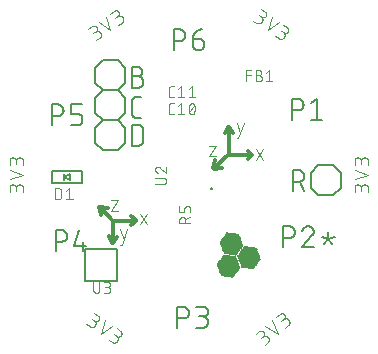
<source format=gbr>
G04 EAGLE Gerber RS-274X export*
G75*
%MOMM*%
%FSLAX34Y34*%
%LPD*%
%INSilkscreen Top*%
%IPPOS*%
%AMOC8*
5,1,8,0,0,1.08239X$1,22.5*%
G01*
%ADD10C,0.101600*%
%ADD11C,0.152400*%
%ADD12R,0.014731X0.014731*%
%ADD13R,0.147319X0.014731*%
%ADD14R,0.265175X0.014731*%
%ADD15R,0.383031X0.014731*%
%ADD16R,0.515619X0.014731*%
%ADD17R,0.633475X0.014731*%
%ADD18R,0.751331X0.014731*%
%ADD19R,0.883919X0.014731*%
%ADD20R,1.001775X0.014731*%
%ADD21R,1.119631X0.014731*%
%ADD22R,1.134363X0.014731*%
%ADD23R,1.149094X0.014731*%
%ADD24R,1.163825X0.014731*%
%ADD25R,1.178556X0.014731*%
%ADD26R,1.193288X0.014731*%
%ADD27R,1.222756X0.014731*%
%ADD28R,1.237488X0.014731*%
%ADD29R,1.266950X0.014731*%
%ADD30R,1.281681X0.014731*%
%ADD31R,1.311144X0.014731*%
%ADD32R,1.325881X0.014731*%
%ADD33R,1.355344X0.014731*%
%ADD34R,1.370075X0.014731*%
%ADD35R,1.384806X0.014731*%
%ADD36R,1.399538X0.014731*%
%ADD37R,1.414275X0.014731*%
%ADD38R,1.443738X0.014731*%
%ADD39R,1.458469X0.014731*%
%ADD40R,1.487931X0.014731*%
%ADD41R,1.502663X0.014731*%
%ADD42R,1.517394X0.014731*%
%ADD43R,1.532125X0.014731*%
%ADD44R,1.546856X0.014731*%
%ADD45R,1.576319X0.014731*%
%ADD46R,1.605788X0.014731*%
%ADD47R,1.620519X0.014731*%
%ADD48R,1.649981X0.014731*%
%ADD49R,1.664713X0.014731*%
%ADD50R,1.694175X0.014731*%
%ADD51R,1.708913X0.014731*%
%ADD52R,1.738375X0.014731*%
%ADD53R,1.753106X0.014731*%
%ADD54R,1.767838X0.014731*%
%ADD55R,1.782569X0.014731*%
%ADD56R,1.797306X0.014731*%
%ADD57R,0.117856X0.014731*%
%ADD58R,1.826769X0.014731*%
%ADD59R,0.235713X0.014731*%
%ADD60R,0.353569X0.014731*%
%ADD61R,1.856231X0.014731*%
%ADD62R,0.486156X0.014731*%
%ADD63R,1.870963X0.014731*%
%ADD64R,0.604013X0.014731*%
%ADD65R,0.721869X0.014731*%
%ADD66R,1.885694X0.014731*%
%ADD67R,0.839719X0.014731*%
%ADD68R,0.972306X0.014731*%
%ADD69R,1.090169X0.014731*%
%ADD70R,1.208025X0.014731*%
%ADD71R,1.252219X0.014731*%
%ADD72R,1.296412X0.014731*%
%ADD73R,1.340612X0.014731*%
%ADD74R,1.826763X0.014731*%
%ADD75R,1.414269X0.014731*%
%ADD76R,1.812031X0.014731*%
%ADD77R,1.429000X0.014731*%
%ADD78R,1.458462X0.014731*%
%ADD79R,1.473200X0.014731*%
%ADD80R,1.723644X0.014731*%
%ADD81R,1.694181X0.014731*%
%ADD82R,1.679450X0.014731*%
%ADD83R,1.561594X0.014731*%
%ADD84R,1.576325X0.014731*%
%ADD85R,1.591056X0.014731*%
%ADD86R,1.635250X0.014731*%
%ADD87R,1.561588X0.014731*%
%ADD88R,1.443731X0.014731*%
%ADD89R,1.797300X0.014731*%
%ADD90R,1.841500X0.014731*%
%ADD91R,1.311150X0.014731*%
%ADD92R,1.296419X0.014731*%
%ADD93R,1.193294X0.014731*%
%ADD94R,0.957575X0.014731*%
%ADD95R,0.589281X0.014731*%
%ADD96R,0.471425X0.014731*%
%ADD97R,0.220975X0.014731*%
%ADD98R,1.812038X0.014731*%
%ADD99R,0.103119X0.014731*%
%ADD100R,0.029463X0.014731*%
%ADD101R,0.162050X0.014731*%
%ADD102R,0.397763X0.014731*%
%ADD103R,0.648206X0.014731*%
%ADD104R,1.679444X0.014731*%
%ADD105R,1.016506X0.014731*%
%ADD106R,1.104900X0.014731*%
%ADD107R,1.222750X0.014731*%
%ADD108R,1.429006X0.014731*%
%ADD109R,1.208019X0.014731*%
%ADD110R,0.987044X0.014731*%
%ADD111R,0.854456X0.014731*%
%ADD112R,0.618744X0.014731*%
%ADD113R,0.500888X0.014731*%
%ADD114R,0.368300X0.014731*%
%ADD115R,0.132587X0.014731*%
%ADD116R,1.664719X0.014731*%
%ADD117R,1.075438X0.014731*%
%ADD118R,0.942844X0.014731*%
%ADD119R,0.707131X0.014731*%
%ADD120R,0.456694X0.014731*%
%ADD121R,0.088388X0.014731*%
%ADD122C,0.304800*%
%ADD123C,0.127000*%
%ADD124C,0.076200*%
%ADD125C,0.200000*%
%ADD126C,0.150000*%


D10*
X497967Y328224D02*
X497967Y331470D01*
X497965Y331583D01*
X497959Y331696D01*
X497949Y331809D01*
X497935Y331922D01*
X497918Y332034D01*
X497896Y332145D01*
X497871Y332255D01*
X497841Y332365D01*
X497808Y332473D01*
X497771Y332580D01*
X497731Y332686D01*
X497686Y332790D01*
X497638Y332893D01*
X497587Y332994D01*
X497532Y333093D01*
X497474Y333190D01*
X497412Y333285D01*
X497347Y333378D01*
X497279Y333468D01*
X497208Y333556D01*
X497133Y333642D01*
X497056Y333725D01*
X496976Y333805D01*
X496893Y333882D01*
X496807Y333957D01*
X496719Y334028D01*
X496629Y334096D01*
X496536Y334161D01*
X496441Y334223D01*
X496344Y334281D01*
X496245Y334336D01*
X496144Y334387D01*
X496041Y334435D01*
X495937Y334480D01*
X495831Y334520D01*
X495724Y334557D01*
X495616Y334590D01*
X495506Y334620D01*
X495396Y334645D01*
X495285Y334667D01*
X495173Y334684D01*
X495060Y334698D01*
X494947Y334708D01*
X494834Y334714D01*
X494721Y334716D01*
X494608Y334714D01*
X494495Y334708D01*
X494382Y334698D01*
X494269Y334684D01*
X494157Y334667D01*
X494046Y334645D01*
X493936Y334620D01*
X493826Y334590D01*
X493718Y334557D01*
X493611Y334520D01*
X493505Y334480D01*
X493401Y334435D01*
X493298Y334387D01*
X493197Y334336D01*
X493098Y334281D01*
X493001Y334223D01*
X492906Y334161D01*
X492813Y334096D01*
X492723Y334028D01*
X492635Y333957D01*
X492549Y333882D01*
X492466Y333805D01*
X492386Y333725D01*
X492309Y333642D01*
X492234Y333556D01*
X492163Y333468D01*
X492095Y333378D01*
X492030Y333285D01*
X491968Y333190D01*
X491910Y333093D01*
X491855Y332994D01*
X491804Y332893D01*
X491756Y332790D01*
X491711Y332686D01*
X491671Y332580D01*
X491634Y332473D01*
X491601Y332365D01*
X491571Y332255D01*
X491546Y332145D01*
X491524Y332034D01*
X491507Y331922D01*
X491493Y331809D01*
X491483Y331696D01*
X491477Y331583D01*
X491475Y331470D01*
X486283Y332119D02*
X486283Y328224D01*
X486283Y332119D02*
X486285Y332220D01*
X486291Y332320D01*
X486301Y332420D01*
X486314Y332520D01*
X486332Y332619D01*
X486353Y332718D01*
X486378Y332815D01*
X486407Y332912D01*
X486440Y333007D01*
X486476Y333101D01*
X486516Y333193D01*
X486559Y333284D01*
X486606Y333373D01*
X486656Y333460D01*
X486710Y333546D01*
X486767Y333629D01*
X486827Y333709D01*
X486890Y333788D01*
X486957Y333864D01*
X487026Y333937D01*
X487098Y334007D01*
X487172Y334075D01*
X487249Y334140D01*
X487329Y334201D01*
X487411Y334260D01*
X487495Y334315D01*
X487581Y334367D01*
X487669Y334416D01*
X487759Y334461D01*
X487851Y334503D01*
X487944Y334541D01*
X488039Y334575D01*
X488134Y334606D01*
X488231Y334633D01*
X488329Y334656D01*
X488428Y334676D01*
X488528Y334691D01*
X488628Y334703D01*
X488728Y334711D01*
X488829Y334715D01*
X488929Y334715D01*
X489030Y334711D01*
X489130Y334703D01*
X489230Y334691D01*
X489330Y334676D01*
X489429Y334656D01*
X489527Y334633D01*
X489624Y334606D01*
X489719Y334575D01*
X489814Y334541D01*
X489907Y334503D01*
X489999Y334461D01*
X490089Y334416D01*
X490177Y334367D01*
X490263Y334315D01*
X490347Y334260D01*
X490429Y334201D01*
X490509Y334140D01*
X490586Y334075D01*
X490660Y334007D01*
X490732Y333937D01*
X490801Y333864D01*
X490868Y333788D01*
X490931Y333709D01*
X490991Y333629D01*
X491048Y333546D01*
X491102Y333460D01*
X491152Y333373D01*
X491199Y333284D01*
X491242Y333193D01*
X491282Y333101D01*
X491318Y333007D01*
X491351Y332912D01*
X491380Y332815D01*
X491405Y332718D01*
X491426Y332619D01*
X491444Y332520D01*
X491457Y332420D01*
X491467Y332320D01*
X491473Y332220D01*
X491475Y332119D01*
X491476Y332119D02*
X491476Y329523D01*
X486283Y339005D02*
X497967Y342900D01*
X486283Y346795D01*
X497967Y351084D02*
X497967Y354330D01*
X497965Y354443D01*
X497959Y354556D01*
X497949Y354669D01*
X497935Y354782D01*
X497918Y354894D01*
X497896Y355005D01*
X497871Y355115D01*
X497841Y355225D01*
X497808Y355333D01*
X497771Y355440D01*
X497731Y355546D01*
X497686Y355650D01*
X497638Y355753D01*
X497587Y355854D01*
X497532Y355953D01*
X497474Y356050D01*
X497412Y356145D01*
X497347Y356238D01*
X497279Y356328D01*
X497208Y356416D01*
X497133Y356502D01*
X497056Y356585D01*
X496976Y356665D01*
X496893Y356742D01*
X496807Y356817D01*
X496719Y356888D01*
X496629Y356956D01*
X496536Y357021D01*
X496441Y357083D01*
X496344Y357141D01*
X496245Y357196D01*
X496144Y357247D01*
X496041Y357295D01*
X495937Y357340D01*
X495831Y357380D01*
X495724Y357417D01*
X495616Y357450D01*
X495506Y357480D01*
X495396Y357505D01*
X495285Y357527D01*
X495173Y357544D01*
X495060Y357558D01*
X494947Y357568D01*
X494834Y357574D01*
X494721Y357576D01*
X494608Y357574D01*
X494495Y357568D01*
X494382Y357558D01*
X494269Y357544D01*
X494157Y357527D01*
X494046Y357505D01*
X493936Y357480D01*
X493826Y357450D01*
X493718Y357417D01*
X493611Y357380D01*
X493505Y357340D01*
X493401Y357295D01*
X493298Y357247D01*
X493197Y357196D01*
X493098Y357141D01*
X493001Y357083D01*
X492906Y357021D01*
X492813Y356956D01*
X492723Y356888D01*
X492635Y356817D01*
X492549Y356742D01*
X492466Y356665D01*
X492386Y356585D01*
X492309Y356502D01*
X492234Y356416D01*
X492163Y356328D01*
X492095Y356238D01*
X492030Y356145D01*
X491968Y356050D01*
X491910Y355953D01*
X491855Y355854D01*
X491804Y355753D01*
X491756Y355650D01*
X491711Y355546D01*
X491671Y355440D01*
X491634Y355333D01*
X491601Y355225D01*
X491571Y355115D01*
X491546Y355005D01*
X491524Y354894D01*
X491507Y354782D01*
X491493Y354669D01*
X491483Y354556D01*
X491477Y354443D01*
X491475Y354330D01*
X486283Y354979D02*
X486283Y351084D01*
X486283Y354979D02*
X486285Y355080D01*
X486291Y355180D01*
X486301Y355280D01*
X486314Y355380D01*
X486332Y355479D01*
X486353Y355578D01*
X486378Y355675D01*
X486407Y355772D01*
X486440Y355867D01*
X486476Y355961D01*
X486516Y356053D01*
X486559Y356144D01*
X486606Y356233D01*
X486656Y356320D01*
X486710Y356406D01*
X486767Y356489D01*
X486827Y356569D01*
X486890Y356648D01*
X486957Y356724D01*
X487026Y356797D01*
X487098Y356867D01*
X487172Y356935D01*
X487249Y357000D01*
X487329Y357061D01*
X487411Y357120D01*
X487495Y357175D01*
X487581Y357227D01*
X487669Y357276D01*
X487759Y357321D01*
X487851Y357363D01*
X487944Y357401D01*
X488039Y357435D01*
X488134Y357466D01*
X488231Y357493D01*
X488329Y357516D01*
X488428Y357536D01*
X488528Y357551D01*
X488628Y357563D01*
X488728Y357571D01*
X488829Y357575D01*
X488929Y357575D01*
X489030Y357571D01*
X489130Y357563D01*
X489230Y357551D01*
X489330Y357536D01*
X489429Y357516D01*
X489527Y357493D01*
X489624Y357466D01*
X489719Y357435D01*
X489814Y357401D01*
X489907Y357363D01*
X489999Y357321D01*
X490089Y357276D01*
X490177Y357227D01*
X490263Y357175D01*
X490347Y357120D01*
X490429Y357061D01*
X490509Y357000D01*
X490586Y356935D01*
X490660Y356867D01*
X490732Y356797D01*
X490801Y356724D01*
X490868Y356648D01*
X490931Y356569D01*
X490991Y356489D01*
X491048Y356406D01*
X491102Y356320D01*
X491152Y356233D01*
X491199Y356144D01*
X491242Y356053D01*
X491282Y355961D01*
X491318Y355867D01*
X491351Y355772D01*
X491380Y355675D01*
X491405Y355578D01*
X491426Y355479D01*
X491444Y355380D01*
X491457Y355280D01*
X491467Y355180D01*
X491473Y355080D01*
X491475Y354979D01*
X491476Y354979D02*
X491476Y352383D01*
X412512Y200903D02*
X410026Y198816D01*
X412512Y200902D02*
X412598Y200977D01*
X412681Y201054D01*
X412761Y201134D01*
X412838Y201217D01*
X412913Y201302D01*
X412984Y201391D01*
X413052Y201481D01*
X413117Y201574D01*
X413179Y201669D01*
X413237Y201766D01*
X413292Y201865D01*
X413343Y201966D01*
X413391Y202069D01*
X413436Y202173D01*
X413476Y202279D01*
X413513Y202386D01*
X413546Y202494D01*
X413576Y202604D01*
X413601Y202714D01*
X413623Y202825D01*
X413640Y202937D01*
X413654Y203050D01*
X413664Y203163D01*
X413670Y203276D01*
X413672Y203389D01*
X413670Y203502D01*
X413664Y203615D01*
X413654Y203728D01*
X413640Y203841D01*
X413623Y203953D01*
X413601Y204064D01*
X413576Y204174D01*
X413546Y204284D01*
X413513Y204392D01*
X413476Y204499D01*
X413436Y204605D01*
X413391Y204709D01*
X413343Y204812D01*
X413292Y204913D01*
X413237Y205012D01*
X413179Y205109D01*
X413117Y205204D01*
X413052Y205297D01*
X412984Y205387D01*
X412913Y205475D01*
X412838Y205561D01*
X412761Y205644D01*
X412681Y205724D01*
X412598Y205801D01*
X412512Y205876D01*
X412424Y205947D01*
X412334Y206015D01*
X412241Y206080D01*
X412146Y206142D01*
X412049Y206200D01*
X411950Y206255D01*
X411849Y206306D01*
X411746Y206354D01*
X411642Y206399D01*
X411536Y206439D01*
X411429Y206476D01*
X411321Y206509D01*
X411211Y206539D01*
X411101Y206564D01*
X410990Y206586D01*
X410878Y206603D01*
X410765Y206617D01*
X410652Y206627D01*
X410539Y206633D01*
X410426Y206635D01*
X410313Y206633D01*
X410200Y206627D01*
X410087Y206617D01*
X409974Y206603D01*
X409862Y206586D01*
X409751Y206564D01*
X409641Y206539D01*
X409531Y206509D01*
X409423Y206476D01*
X409316Y206439D01*
X409210Y206399D01*
X409106Y206354D01*
X409003Y206306D01*
X408902Y206255D01*
X408803Y206200D01*
X408706Y206142D01*
X408611Y206080D01*
X408518Y206015D01*
X408428Y205947D01*
X408339Y205876D01*
X405499Y210270D02*
X402515Y207767D01*
X405499Y210270D02*
X405578Y210333D01*
X405658Y210393D01*
X405741Y210450D01*
X405827Y210504D01*
X405914Y210554D01*
X406003Y210601D01*
X406094Y210644D01*
X406186Y210684D01*
X406280Y210720D01*
X406375Y210753D01*
X406472Y210782D01*
X406569Y210807D01*
X406668Y210828D01*
X406767Y210846D01*
X406867Y210859D01*
X406967Y210869D01*
X407067Y210875D01*
X407168Y210877D01*
X407269Y210875D01*
X407369Y210869D01*
X407469Y210859D01*
X407569Y210846D01*
X407668Y210828D01*
X407767Y210807D01*
X407864Y210782D01*
X407961Y210753D01*
X408056Y210720D01*
X408150Y210684D01*
X408242Y210644D01*
X408333Y210601D01*
X408422Y210554D01*
X408509Y210504D01*
X408595Y210450D01*
X408678Y210393D01*
X408758Y210333D01*
X408837Y210270D01*
X408913Y210203D01*
X408986Y210134D01*
X409056Y210062D01*
X409124Y209988D01*
X409189Y209911D01*
X409250Y209831D01*
X409309Y209749D01*
X409364Y209665D01*
X409416Y209579D01*
X409465Y209491D01*
X409510Y209401D01*
X409552Y209309D01*
X409590Y209216D01*
X409624Y209121D01*
X409655Y209026D01*
X409682Y208929D01*
X409705Y208831D01*
X409725Y208732D01*
X409740Y208632D01*
X409752Y208532D01*
X409760Y208432D01*
X409764Y208331D01*
X409764Y208231D01*
X409760Y208130D01*
X409752Y208030D01*
X409740Y207930D01*
X409725Y207830D01*
X409705Y207731D01*
X409682Y207633D01*
X409655Y207536D01*
X409624Y207441D01*
X409590Y207346D01*
X409552Y207253D01*
X409510Y207161D01*
X409465Y207071D01*
X409416Y206983D01*
X409364Y206897D01*
X409309Y206813D01*
X409250Y206731D01*
X409189Y206651D01*
X409124Y206574D01*
X409056Y206500D01*
X408986Y206428D01*
X408913Y206359D01*
X408837Y206292D01*
X406848Y204623D01*
X410774Y214697D02*
X421268Y208250D01*
X416741Y219704D01*
X427537Y213511D02*
X430023Y215597D01*
X430023Y215596D02*
X430109Y215671D01*
X430192Y215748D01*
X430272Y215828D01*
X430349Y215911D01*
X430424Y215996D01*
X430495Y216085D01*
X430563Y216175D01*
X430628Y216268D01*
X430690Y216363D01*
X430748Y216460D01*
X430803Y216559D01*
X430854Y216660D01*
X430902Y216763D01*
X430947Y216867D01*
X430987Y216973D01*
X431024Y217080D01*
X431057Y217188D01*
X431087Y217298D01*
X431112Y217408D01*
X431134Y217519D01*
X431151Y217631D01*
X431165Y217744D01*
X431175Y217857D01*
X431181Y217970D01*
X431183Y218083D01*
X431181Y218196D01*
X431175Y218309D01*
X431165Y218422D01*
X431151Y218535D01*
X431134Y218647D01*
X431112Y218758D01*
X431087Y218868D01*
X431057Y218978D01*
X431024Y219086D01*
X430987Y219193D01*
X430947Y219299D01*
X430902Y219403D01*
X430854Y219506D01*
X430803Y219607D01*
X430748Y219706D01*
X430690Y219803D01*
X430628Y219898D01*
X430563Y219991D01*
X430495Y220081D01*
X430424Y220169D01*
X430349Y220255D01*
X430272Y220338D01*
X430192Y220418D01*
X430109Y220495D01*
X430023Y220570D01*
X429935Y220641D01*
X429845Y220709D01*
X429752Y220774D01*
X429657Y220836D01*
X429560Y220894D01*
X429461Y220949D01*
X429360Y221000D01*
X429257Y221048D01*
X429153Y221093D01*
X429047Y221133D01*
X428940Y221170D01*
X428832Y221203D01*
X428722Y221233D01*
X428612Y221258D01*
X428501Y221280D01*
X428389Y221297D01*
X428276Y221311D01*
X428163Y221321D01*
X428050Y221327D01*
X427937Y221329D01*
X427824Y221327D01*
X427711Y221321D01*
X427598Y221311D01*
X427485Y221297D01*
X427373Y221280D01*
X427262Y221258D01*
X427152Y221233D01*
X427042Y221203D01*
X426934Y221170D01*
X426827Y221133D01*
X426721Y221093D01*
X426617Y221048D01*
X426514Y221000D01*
X426413Y220949D01*
X426314Y220894D01*
X426217Y220836D01*
X426122Y220774D01*
X426029Y220709D01*
X425939Y220641D01*
X425850Y220570D01*
X423010Y224964D02*
X420027Y222461D01*
X423010Y224964D02*
X423089Y225027D01*
X423169Y225087D01*
X423252Y225144D01*
X423338Y225198D01*
X423425Y225248D01*
X423514Y225295D01*
X423605Y225338D01*
X423697Y225378D01*
X423791Y225414D01*
X423886Y225447D01*
X423983Y225476D01*
X424080Y225501D01*
X424179Y225522D01*
X424278Y225540D01*
X424378Y225553D01*
X424478Y225563D01*
X424578Y225569D01*
X424679Y225571D01*
X424780Y225569D01*
X424880Y225563D01*
X424980Y225553D01*
X425080Y225540D01*
X425179Y225522D01*
X425278Y225501D01*
X425375Y225476D01*
X425472Y225447D01*
X425567Y225414D01*
X425661Y225378D01*
X425753Y225338D01*
X425844Y225295D01*
X425933Y225248D01*
X426020Y225198D01*
X426106Y225144D01*
X426189Y225087D01*
X426269Y225027D01*
X426348Y224964D01*
X426424Y224897D01*
X426497Y224828D01*
X426567Y224756D01*
X426635Y224682D01*
X426700Y224605D01*
X426761Y224525D01*
X426820Y224443D01*
X426875Y224359D01*
X426927Y224273D01*
X426976Y224185D01*
X427021Y224095D01*
X427063Y224003D01*
X427101Y223910D01*
X427135Y223815D01*
X427166Y223720D01*
X427193Y223623D01*
X427216Y223525D01*
X427236Y223426D01*
X427251Y223326D01*
X427263Y223226D01*
X427271Y223126D01*
X427275Y223025D01*
X427275Y222925D01*
X427271Y222824D01*
X427263Y222724D01*
X427251Y222624D01*
X427236Y222524D01*
X427216Y222425D01*
X427193Y222327D01*
X427166Y222230D01*
X427135Y222135D01*
X427101Y222040D01*
X427063Y221947D01*
X427021Y221855D01*
X426976Y221765D01*
X426927Y221677D01*
X426875Y221591D01*
X426820Y221507D01*
X426761Y221425D01*
X426700Y221345D01*
X426635Y221268D01*
X426567Y221194D01*
X426497Y221122D01*
X426424Y221053D01*
X426348Y220986D01*
X424359Y219317D01*
X261924Y214495D02*
X259265Y216357D01*
X261923Y214495D02*
X262017Y214432D01*
X262113Y214372D01*
X262211Y214315D01*
X262311Y214262D01*
X262413Y214212D01*
X262517Y214166D01*
X262622Y214124D01*
X262728Y214085D01*
X262836Y214050D01*
X262945Y214019D01*
X263055Y213991D01*
X263166Y213968D01*
X263277Y213948D01*
X263389Y213932D01*
X263502Y213920D01*
X263615Y213912D01*
X263728Y213908D01*
X263842Y213908D01*
X263955Y213912D01*
X264068Y213920D01*
X264181Y213932D01*
X264293Y213948D01*
X264404Y213968D01*
X264515Y213991D01*
X264625Y214019D01*
X264734Y214050D01*
X264842Y214085D01*
X264948Y214124D01*
X265053Y214166D01*
X265157Y214212D01*
X265259Y214262D01*
X265359Y214315D01*
X265457Y214372D01*
X265553Y214432D01*
X265647Y214495D01*
X265738Y214562D01*
X265828Y214631D01*
X265915Y214704D01*
X265999Y214780D01*
X266080Y214859D01*
X266159Y214940D01*
X266235Y215024D01*
X266308Y215111D01*
X266377Y215201D01*
X266444Y215292D01*
X266507Y215386D01*
X266567Y215482D01*
X266624Y215580D01*
X266677Y215680D01*
X266727Y215782D01*
X266773Y215886D01*
X266815Y215991D01*
X266854Y216097D01*
X266889Y216205D01*
X266920Y216314D01*
X266948Y216424D01*
X266971Y216535D01*
X266991Y216646D01*
X267007Y216758D01*
X267019Y216871D01*
X267027Y216984D01*
X267031Y217097D01*
X267031Y217211D01*
X267027Y217324D01*
X267019Y217437D01*
X267007Y217550D01*
X266991Y217662D01*
X266971Y217773D01*
X266948Y217884D01*
X266920Y217994D01*
X266889Y218103D01*
X266854Y218211D01*
X266815Y218317D01*
X266773Y218422D01*
X266727Y218526D01*
X266677Y218628D01*
X266624Y218728D01*
X266567Y218826D01*
X266507Y218922D01*
X266444Y219016D01*
X266377Y219107D01*
X266308Y219197D01*
X266235Y219284D01*
X266159Y219368D01*
X266080Y219449D01*
X265999Y219528D01*
X265915Y219604D01*
X265828Y219677D01*
X265739Y219746D01*
X265647Y219813D01*
X269157Y223694D02*
X265967Y225928D01*
X269157Y223694D02*
X269238Y223634D01*
X269317Y223572D01*
X269394Y223506D01*
X269468Y223438D01*
X269539Y223367D01*
X269607Y223293D01*
X269673Y223216D01*
X269735Y223137D01*
X269795Y223056D01*
X269851Y222972D01*
X269904Y222887D01*
X269953Y222799D01*
X269999Y222710D01*
X270042Y222618D01*
X270081Y222525D01*
X270116Y222431D01*
X270148Y222336D01*
X270176Y222239D01*
X270200Y222141D01*
X270220Y222043D01*
X270237Y221943D01*
X270249Y221843D01*
X270258Y221743D01*
X270263Y221643D01*
X270264Y221542D01*
X270261Y221441D01*
X270254Y221341D01*
X270243Y221241D01*
X270229Y221141D01*
X270210Y221042D01*
X270188Y220944D01*
X270162Y220847D01*
X270132Y220750D01*
X270099Y220656D01*
X270062Y220562D01*
X270021Y220470D01*
X269976Y220379D01*
X269929Y220291D01*
X269877Y220204D01*
X269823Y220120D01*
X269765Y220037D01*
X269704Y219957D01*
X269640Y219879D01*
X269573Y219804D01*
X269504Y219731D01*
X269431Y219662D01*
X269356Y219595D01*
X269278Y219531D01*
X269198Y219470D01*
X269115Y219412D01*
X269031Y219358D01*
X268944Y219306D01*
X268856Y219259D01*
X268765Y219214D01*
X268673Y219173D01*
X268579Y219136D01*
X268485Y219103D01*
X268388Y219073D01*
X268291Y219047D01*
X268193Y219025D01*
X268094Y219006D01*
X267994Y218992D01*
X267894Y218981D01*
X267794Y218974D01*
X267693Y218971D01*
X267592Y218972D01*
X267492Y218977D01*
X267392Y218986D01*
X267292Y218998D01*
X267192Y219015D01*
X267094Y219035D01*
X266996Y219059D01*
X266899Y219087D01*
X266804Y219119D01*
X266710Y219154D01*
X266617Y219193D01*
X266525Y219236D01*
X266436Y219282D01*
X266348Y219331D01*
X266263Y219384D01*
X266179Y219440D01*
X264052Y220930D01*
X274798Y219744D02*
X271287Y207939D01*
X281179Y215277D01*
X277991Y203245D02*
X280649Y201383D01*
X280743Y201320D01*
X280839Y201260D01*
X280937Y201203D01*
X281037Y201150D01*
X281139Y201100D01*
X281243Y201054D01*
X281348Y201012D01*
X281454Y200973D01*
X281562Y200938D01*
X281671Y200907D01*
X281781Y200879D01*
X281892Y200856D01*
X282003Y200836D01*
X282115Y200820D01*
X282228Y200808D01*
X282341Y200800D01*
X282454Y200796D01*
X282568Y200796D01*
X282681Y200800D01*
X282794Y200808D01*
X282907Y200820D01*
X283019Y200836D01*
X283130Y200856D01*
X283241Y200879D01*
X283351Y200907D01*
X283460Y200938D01*
X283568Y200973D01*
X283674Y201012D01*
X283779Y201054D01*
X283883Y201100D01*
X283985Y201150D01*
X284085Y201203D01*
X284183Y201260D01*
X284279Y201320D01*
X284373Y201383D01*
X284464Y201450D01*
X284554Y201519D01*
X284641Y201592D01*
X284725Y201668D01*
X284806Y201747D01*
X284885Y201828D01*
X284961Y201912D01*
X285034Y201999D01*
X285103Y202089D01*
X285170Y202180D01*
X285233Y202274D01*
X285293Y202370D01*
X285350Y202468D01*
X285403Y202568D01*
X285453Y202670D01*
X285499Y202774D01*
X285541Y202879D01*
X285580Y202985D01*
X285615Y203093D01*
X285646Y203202D01*
X285674Y203312D01*
X285697Y203423D01*
X285717Y203534D01*
X285733Y203646D01*
X285745Y203759D01*
X285753Y203872D01*
X285757Y203985D01*
X285757Y204099D01*
X285753Y204212D01*
X285745Y204325D01*
X285733Y204438D01*
X285717Y204550D01*
X285697Y204661D01*
X285674Y204772D01*
X285646Y204882D01*
X285615Y204991D01*
X285580Y205099D01*
X285541Y205205D01*
X285499Y205310D01*
X285453Y205414D01*
X285403Y205516D01*
X285350Y205616D01*
X285293Y205714D01*
X285233Y205810D01*
X285170Y205904D01*
X285103Y205995D01*
X285034Y206085D01*
X284961Y206172D01*
X284885Y206256D01*
X284806Y206337D01*
X284725Y206416D01*
X284641Y206492D01*
X284554Y206565D01*
X284465Y206634D01*
X284373Y206701D01*
X287883Y210582D02*
X284693Y212816D01*
X287883Y210582D02*
X287964Y210522D01*
X288043Y210460D01*
X288120Y210394D01*
X288194Y210326D01*
X288265Y210255D01*
X288333Y210181D01*
X288399Y210104D01*
X288461Y210025D01*
X288521Y209944D01*
X288577Y209860D01*
X288630Y209775D01*
X288679Y209687D01*
X288725Y209598D01*
X288768Y209506D01*
X288807Y209413D01*
X288842Y209319D01*
X288874Y209224D01*
X288902Y209127D01*
X288926Y209029D01*
X288946Y208931D01*
X288963Y208831D01*
X288975Y208731D01*
X288984Y208631D01*
X288989Y208531D01*
X288990Y208430D01*
X288987Y208329D01*
X288980Y208229D01*
X288969Y208129D01*
X288955Y208029D01*
X288936Y207930D01*
X288914Y207832D01*
X288888Y207735D01*
X288858Y207638D01*
X288825Y207544D01*
X288788Y207450D01*
X288747Y207358D01*
X288702Y207267D01*
X288655Y207179D01*
X288603Y207092D01*
X288549Y207008D01*
X288491Y206925D01*
X288430Y206845D01*
X288366Y206767D01*
X288299Y206692D01*
X288230Y206619D01*
X288157Y206550D01*
X288082Y206483D01*
X288004Y206419D01*
X287924Y206358D01*
X287841Y206300D01*
X287757Y206246D01*
X287670Y206194D01*
X287582Y206147D01*
X287491Y206102D01*
X287399Y206061D01*
X287305Y206024D01*
X287211Y205991D01*
X287114Y205961D01*
X287017Y205935D01*
X286919Y205913D01*
X286820Y205894D01*
X286720Y205880D01*
X286620Y205869D01*
X286520Y205862D01*
X286419Y205859D01*
X286318Y205860D01*
X286218Y205865D01*
X286118Y205874D01*
X286018Y205886D01*
X285918Y205903D01*
X285820Y205923D01*
X285722Y205947D01*
X285625Y205975D01*
X285530Y206007D01*
X285436Y206042D01*
X285343Y206081D01*
X285251Y206124D01*
X285162Y206170D01*
X285074Y206219D01*
X284989Y206272D01*
X284905Y206328D01*
X284904Y206328D02*
X282777Y207818D01*
X205867Y328224D02*
X205867Y331470D01*
X205865Y331583D01*
X205859Y331696D01*
X205849Y331809D01*
X205835Y331922D01*
X205818Y332034D01*
X205796Y332145D01*
X205771Y332255D01*
X205741Y332365D01*
X205708Y332473D01*
X205671Y332580D01*
X205631Y332686D01*
X205586Y332790D01*
X205538Y332893D01*
X205487Y332994D01*
X205432Y333093D01*
X205374Y333190D01*
X205312Y333285D01*
X205247Y333378D01*
X205179Y333468D01*
X205108Y333556D01*
X205033Y333642D01*
X204956Y333725D01*
X204876Y333805D01*
X204793Y333882D01*
X204707Y333957D01*
X204619Y334028D01*
X204529Y334096D01*
X204436Y334161D01*
X204341Y334223D01*
X204244Y334281D01*
X204145Y334336D01*
X204044Y334387D01*
X203941Y334435D01*
X203837Y334480D01*
X203731Y334520D01*
X203624Y334557D01*
X203516Y334590D01*
X203406Y334620D01*
X203296Y334645D01*
X203185Y334667D01*
X203073Y334684D01*
X202960Y334698D01*
X202847Y334708D01*
X202734Y334714D01*
X202621Y334716D01*
X202508Y334714D01*
X202395Y334708D01*
X202282Y334698D01*
X202169Y334684D01*
X202057Y334667D01*
X201946Y334645D01*
X201836Y334620D01*
X201726Y334590D01*
X201618Y334557D01*
X201511Y334520D01*
X201405Y334480D01*
X201301Y334435D01*
X201198Y334387D01*
X201097Y334336D01*
X200998Y334281D01*
X200901Y334223D01*
X200806Y334161D01*
X200713Y334096D01*
X200623Y334028D01*
X200535Y333957D01*
X200449Y333882D01*
X200366Y333805D01*
X200286Y333725D01*
X200209Y333642D01*
X200134Y333556D01*
X200063Y333468D01*
X199995Y333378D01*
X199930Y333285D01*
X199868Y333190D01*
X199810Y333093D01*
X199755Y332994D01*
X199704Y332893D01*
X199656Y332790D01*
X199611Y332686D01*
X199571Y332580D01*
X199534Y332473D01*
X199501Y332365D01*
X199471Y332255D01*
X199446Y332145D01*
X199424Y332034D01*
X199407Y331922D01*
X199393Y331809D01*
X199383Y331696D01*
X199377Y331583D01*
X199375Y331470D01*
X194183Y332119D02*
X194183Y328224D01*
X194183Y332119D02*
X194185Y332220D01*
X194191Y332320D01*
X194201Y332420D01*
X194214Y332520D01*
X194232Y332619D01*
X194253Y332718D01*
X194278Y332815D01*
X194307Y332912D01*
X194340Y333007D01*
X194376Y333101D01*
X194416Y333193D01*
X194459Y333284D01*
X194506Y333373D01*
X194556Y333460D01*
X194610Y333546D01*
X194667Y333629D01*
X194727Y333709D01*
X194790Y333788D01*
X194857Y333864D01*
X194926Y333937D01*
X194998Y334007D01*
X195072Y334075D01*
X195149Y334140D01*
X195229Y334201D01*
X195311Y334260D01*
X195395Y334315D01*
X195481Y334367D01*
X195569Y334416D01*
X195659Y334461D01*
X195751Y334503D01*
X195844Y334541D01*
X195939Y334575D01*
X196034Y334606D01*
X196131Y334633D01*
X196229Y334656D01*
X196328Y334676D01*
X196428Y334691D01*
X196528Y334703D01*
X196628Y334711D01*
X196729Y334715D01*
X196829Y334715D01*
X196930Y334711D01*
X197030Y334703D01*
X197130Y334691D01*
X197230Y334676D01*
X197329Y334656D01*
X197427Y334633D01*
X197524Y334606D01*
X197619Y334575D01*
X197714Y334541D01*
X197807Y334503D01*
X197899Y334461D01*
X197989Y334416D01*
X198077Y334367D01*
X198163Y334315D01*
X198247Y334260D01*
X198329Y334201D01*
X198409Y334140D01*
X198486Y334075D01*
X198560Y334007D01*
X198632Y333937D01*
X198701Y333864D01*
X198768Y333788D01*
X198831Y333709D01*
X198891Y333629D01*
X198948Y333546D01*
X199002Y333460D01*
X199052Y333373D01*
X199099Y333284D01*
X199142Y333193D01*
X199182Y333101D01*
X199218Y333007D01*
X199251Y332912D01*
X199280Y332815D01*
X199305Y332718D01*
X199326Y332619D01*
X199344Y332520D01*
X199357Y332420D01*
X199367Y332320D01*
X199373Y332220D01*
X199375Y332119D01*
X199376Y332119D02*
X199376Y329523D01*
X194183Y339005D02*
X205867Y342900D01*
X194183Y346795D01*
X205867Y351084D02*
X205867Y354330D01*
X205865Y354443D01*
X205859Y354556D01*
X205849Y354669D01*
X205835Y354782D01*
X205818Y354894D01*
X205796Y355005D01*
X205771Y355115D01*
X205741Y355225D01*
X205708Y355333D01*
X205671Y355440D01*
X205631Y355546D01*
X205586Y355650D01*
X205538Y355753D01*
X205487Y355854D01*
X205432Y355953D01*
X205374Y356050D01*
X205312Y356145D01*
X205247Y356238D01*
X205179Y356328D01*
X205108Y356416D01*
X205033Y356502D01*
X204956Y356585D01*
X204876Y356665D01*
X204793Y356742D01*
X204707Y356817D01*
X204619Y356888D01*
X204529Y356956D01*
X204436Y357021D01*
X204341Y357083D01*
X204244Y357141D01*
X204145Y357196D01*
X204044Y357247D01*
X203941Y357295D01*
X203837Y357340D01*
X203731Y357380D01*
X203624Y357417D01*
X203516Y357450D01*
X203406Y357480D01*
X203296Y357505D01*
X203185Y357527D01*
X203073Y357544D01*
X202960Y357558D01*
X202847Y357568D01*
X202734Y357574D01*
X202621Y357576D01*
X202508Y357574D01*
X202395Y357568D01*
X202282Y357558D01*
X202169Y357544D01*
X202057Y357527D01*
X201946Y357505D01*
X201836Y357480D01*
X201726Y357450D01*
X201618Y357417D01*
X201511Y357380D01*
X201405Y357340D01*
X201301Y357295D01*
X201198Y357247D01*
X201097Y357196D01*
X200998Y357141D01*
X200901Y357083D01*
X200806Y357021D01*
X200713Y356956D01*
X200623Y356888D01*
X200535Y356817D01*
X200449Y356742D01*
X200366Y356665D01*
X200286Y356585D01*
X200209Y356502D01*
X200134Y356416D01*
X200063Y356328D01*
X199995Y356238D01*
X199930Y356145D01*
X199868Y356050D01*
X199810Y355953D01*
X199755Y355854D01*
X199704Y355753D01*
X199656Y355650D01*
X199611Y355546D01*
X199571Y355440D01*
X199534Y355333D01*
X199501Y355225D01*
X199471Y355115D01*
X199446Y355005D01*
X199424Y354894D01*
X199407Y354782D01*
X199393Y354669D01*
X199383Y354556D01*
X199377Y354443D01*
X199375Y354330D01*
X194183Y354979D02*
X194183Y351084D01*
X194183Y354979D02*
X194185Y355080D01*
X194191Y355180D01*
X194201Y355280D01*
X194214Y355380D01*
X194232Y355479D01*
X194253Y355578D01*
X194278Y355675D01*
X194307Y355772D01*
X194340Y355867D01*
X194376Y355961D01*
X194416Y356053D01*
X194459Y356144D01*
X194506Y356233D01*
X194556Y356320D01*
X194610Y356406D01*
X194667Y356489D01*
X194727Y356569D01*
X194790Y356648D01*
X194857Y356724D01*
X194926Y356797D01*
X194998Y356867D01*
X195072Y356935D01*
X195149Y357000D01*
X195229Y357061D01*
X195311Y357120D01*
X195395Y357175D01*
X195481Y357227D01*
X195569Y357276D01*
X195659Y357321D01*
X195751Y357363D01*
X195844Y357401D01*
X195939Y357435D01*
X196034Y357466D01*
X196131Y357493D01*
X196229Y357516D01*
X196328Y357536D01*
X196428Y357551D01*
X196528Y357563D01*
X196628Y357571D01*
X196729Y357575D01*
X196829Y357575D01*
X196930Y357571D01*
X197030Y357563D01*
X197130Y357551D01*
X197230Y357536D01*
X197329Y357516D01*
X197427Y357493D01*
X197524Y357466D01*
X197619Y357435D01*
X197714Y357401D01*
X197807Y357363D01*
X197899Y357321D01*
X197989Y357276D01*
X198077Y357227D01*
X198163Y357175D01*
X198247Y357120D01*
X198329Y357061D01*
X198409Y357000D01*
X198486Y356935D01*
X198560Y356867D01*
X198632Y356797D01*
X198701Y356724D01*
X198768Y356648D01*
X198831Y356569D01*
X198891Y356489D01*
X198948Y356406D01*
X199002Y356320D01*
X199052Y356233D01*
X199099Y356144D01*
X199142Y356053D01*
X199182Y355961D01*
X199218Y355867D01*
X199251Y355772D01*
X199280Y355675D01*
X199305Y355578D01*
X199326Y355479D01*
X199344Y355380D01*
X199357Y355280D01*
X199367Y355180D01*
X199373Y355080D01*
X199375Y354979D01*
X199376Y354979D02*
X199376Y352383D01*
D11*
X433151Y389573D02*
X433151Y407353D01*
X438090Y407353D01*
X438230Y407351D01*
X438369Y407345D01*
X438509Y407335D01*
X438648Y407321D01*
X438787Y407304D01*
X438925Y407282D01*
X439062Y407256D01*
X439199Y407227D01*
X439335Y407194D01*
X439469Y407157D01*
X439603Y407116D01*
X439735Y407071D01*
X439867Y407022D01*
X439996Y406970D01*
X440124Y406915D01*
X440251Y406855D01*
X440376Y406792D01*
X440499Y406726D01*
X440620Y406656D01*
X440739Y406583D01*
X440856Y406506D01*
X440970Y406426D01*
X441083Y406343D01*
X441193Y406257D01*
X441300Y406167D01*
X441405Y406075D01*
X441507Y405980D01*
X441607Y405882D01*
X441704Y405781D01*
X441798Y405677D01*
X441888Y405571D01*
X441976Y405462D01*
X442061Y405351D01*
X442142Y405237D01*
X442221Y405122D01*
X442296Y405004D01*
X442367Y404884D01*
X442435Y404761D01*
X442500Y404638D01*
X442561Y404512D01*
X442619Y404384D01*
X442673Y404256D01*
X442723Y404125D01*
X442770Y403993D01*
X442813Y403860D01*
X442852Y403726D01*
X442887Y403591D01*
X442918Y403455D01*
X442946Y403317D01*
X442969Y403180D01*
X442989Y403041D01*
X443005Y402902D01*
X443017Y402763D01*
X443025Y402624D01*
X443029Y402484D01*
X443029Y402344D01*
X443025Y402204D01*
X443017Y402065D01*
X443005Y401926D01*
X442989Y401787D01*
X442969Y401648D01*
X442946Y401511D01*
X442918Y401373D01*
X442887Y401237D01*
X442852Y401102D01*
X442813Y400968D01*
X442770Y400835D01*
X442723Y400703D01*
X442673Y400572D01*
X442619Y400444D01*
X442561Y400316D01*
X442500Y400190D01*
X442435Y400067D01*
X442367Y399945D01*
X442296Y399824D01*
X442221Y399706D01*
X442142Y399591D01*
X442061Y399477D01*
X441976Y399366D01*
X441888Y399257D01*
X441798Y399151D01*
X441704Y399047D01*
X441607Y398946D01*
X441507Y398848D01*
X441405Y398753D01*
X441300Y398661D01*
X441193Y398571D01*
X441083Y398485D01*
X440970Y398402D01*
X440856Y398322D01*
X440739Y398245D01*
X440620Y398172D01*
X440499Y398102D01*
X440376Y398036D01*
X440251Y397973D01*
X440124Y397913D01*
X439996Y397858D01*
X439867Y397806D01*
X439735Y397757D01*
X439603Y397712D01*
X439469Y397671D01*
X439335Y397634D01*
X439199Y397601D01*
X439062Y397572D01*
X438925Y397546D01*
X438787Y397524D01*
X438648Y397507D01*
X438509Y397493D01*
X438369Y397483D01*
X438230Y397477D01*
X438090Y397475D01*
X433151Y397475D01*
X449146Y403401D02*
X454085Y407353D01*
X454085Y389573D01*
X449146Y389573D02*
X459024Y389573D01*
X425837Y299403D02*
X425837Y281623D01*
X425837Y299403D02*
X430776Y299403D01*
X430916Y299401D01*
X431055Y299395D01*
X431195Y299385D01*
X431334Y299371D01*
X431473Y299354D01*
X431611Y299332D01*
X431748Y299306D01*
X431885Y299277D01*
X432021Y299244D01*
X432155Y299207D01*
X432289Y299166D01*
X432421Y299121D01*
X432553Y299072D01*
X432682Y299020D01*
X432810Y298965D01*
X432937Y298905D01*
X433062Y298842D01*
X433185Y298776D01*
X433306Y298706D01*
X433425Y298633D01*
X433542Y298556D01*
X433656Y298476D01*
X433769Y298393D01*
X433879Y298307D01*
X433986Y298217D01*
X434091Y298125D01*
X434193Y298030D01*
X434293Y297932D01*
X434390Y297831D01*
X434484Y297727D01*
X434574Y297621D01*
X434662Y297512D01*
X434747Y297401D01*
X434828Y297287D01*
X434907Y297172D01*
X434982Y297054D01*
X435053Y296934D01*
X435121Y296811D01*
X435186Y296688D01*
X435247Y296562D01*
X435305Y296434D01*
X435359Y296306D01*
X435409Y296175D01*
X435456Y296043D01*
X435499Y295910D01*
X435538Y295776D01*
X435573Y295641D01*
X435604Y295505D01*
X435632Y295367D01*
X435655Y295230D01*
X435675Y295091D01*
X435691Y294952D01*
X435703Y294813D01*
X435711Y294674D01*
X435715Y294534D01*
X435715Y294394D01*
X435711Y294254D01*
X435703Y294115D01*
X435691Y293976D01*
X435675Y293837D01*
X435655Y293698D01*
X435632Y293561D01*
X435604Y293423D01*
X435573Y293287D01*
X435538Y293152D01*
X435499Y293018D01*
X435456Y292885D01*
X435409Y292753D01*
X435359Y292622D01*
X435305Y292494D01*
X435247Y292366D01*
X435186Y292240D01*
X435121Y292117D01*
X435053Y291995D01*
X434982Y291874D01*
X434907Y291756D01*
X434828Y291641D01*
X434747Y291527D01*
X434662Y291416D01*
X434574Y291307D01*
X434484Y291201D01*
X434390Y291097D01*
X434293Y290996D01*
X434193Y290898D01*
X434091Y290803D01*
X433986Y290711D01*
X433879Y290621D01*
X433769Y290535D01*
X433656Y290452D01*
X433542Y290372D01*
X433425Y290295D01*
X433306Y290222D01*
X433185Y290152D01*
X433062Y290086D01*
X432937Y290023D01*
X432810Y289963D01*
X432682Y289908D01*
X432553Y289856D01*
X432421Y289807D01*
X432289Y289762D01*
X432155Y289721D01*
X432021Y289684D01*
X431885Y289651D01*
X431748Y289622D01*
X431611Y289596D01*
X431473Y289574D01*
X431334Y289557D01*
X431195Y289543D01*
X431055Y289533D01*
X430916Y289527D01*
X430776Y289525D01*
X425837Y289525D01*
X447265Y299403D02*
X447397Y299401D01*
X447528Y299395D01*
X447660Y299385D01*
X447791Y299372D01*
X447921Y299354D01*
X448051Y299333D01*
X448181Y299308D01*
X448309Y299279D01*
X448437Y299246D01*
X448563Y299209D01*
X448689Y299169D01*
X448813Y299125D01*
X448936Y299077D01*
X449057Y299026D01*
X449177Y298971D01*
X449295Y298913D01*
X449411Y298851D01*
X449525Y298785D01*
X449638Y298717D01*
X449748Y298645D01*
X449856Y298570D01*
X449962Y298491D01*
X450066Y298410D01*
X450167Y298325D01*
X450265Y298238D01*
X450361Y298147D01*
X450454Y298054D01*
X450545Y297958D01*
X450632Y297860D01*
X450717Y297759D01*
X450798Y297655D01*
X450877Y297549D01*
X450952Y297441D01*
X451024Y297331D01*
X451092Y297218D01*
X451158Y297104D01*
X451220Y296988D01*
X451278Y296870D01*
X451333Y296750D01*
X451384Y296629D01*
X451432Y296506D01*
X451476Y296382D01*
X451516Y296256D01*
X451553Y296130D01*
X451586Y296002D01*
X451615Y295874D01*
X451640Y295744D01*
X451661Y295614D01*
X451679Y295484D01*
X451692Y295353D01*
X451702Y295221D01*
X451708Y295090D01*
X451710Y294958D01*
X447265Y299403D02*
X447115Y299401D01*
X446966Y299395D01*
X446817Y299385D01*
X446668Y299372D01*
X446519Y299354D01*
X446371Y299333D01*
X446223Y299307D01*
X446077Y299278D01*
X445931Y299245D01*
X445786Y299208D01*
X445642Y299167D01*
X445499Y299123D01*
X445357Y299075D01*
X445217Y299023D01*
X445078Y298968D01*
X444940Y298909D01*
X444805Y298846D01*
X444670Y298780D01*
X444538Y298710D01*
X444408Y298637D01*
X444279Y298560D01*
X444152Y298480D01*
X444028Y298397D01*
X443906Y298311D01*
X443786Y298221D01*
X443669Y298128D01*
X443554Y298033D01*
X443441Y297934D01*
X443331Y297832D01*
X443224Y297728D01*
X443120Y297621D01*
X443018Y297511D01*
X442920Y297398D01*
X442824Y297283D01*
X442732Y297165D01*
X442642Y297045D01*
X442556Y296923D01*
X442473Y296799D01*
X442393Y296672D01*
X442317Y296544D01*
X442244Y296413D01*
X442174Y296280D01*
X442108Y296146D01*
X442046Y296010D01*
X441987Y295873D01*
X441931Y295734D01*
X441880Y295593D01*
X441832Y295452D01*
X450228Y291501D02*
X450324Y291594D01*
X450416Y291690D01*
X450506Y291789D01*
X450593Y291890D01*
X450678Y291993D01*
X450759Y292098D01*
X450837Y292206D01*
X450912Y292316D01*
X450985Y292428D01*
X451054Y292542D01*
X451120Y292658D01*
X451182Y292776D01*
X451241Y292895D01*
X451297Y293016D01*
X451350Y293139D01*
X451399Y293263D01*
X451444Y293388D01*
X451487Y293515D01*
X451525Y293642D01*
X451560Y293771D01*
X451591Y293900D01*
X451619Y294031D01*
X451643Y294162D01*
X451664Y294294D01*
X451680Y294426D01*
X451693Y294559D01*
X451703Y294692D01*
X451708Y294825D01*
X451710Y294958D01*
X450228Y291500D02*
X441832Y281623D01*
X451710Y281623D01*
X464080Y288537D02*
X464080Y294464D01*
X464080Y288537D02*
X467537Y284092D01*
X464080Y288537D02*
X460623Y284092D01*
X464080Y288537D02*
X469513Y290513D01*
X464080Y288537D02*
X458647Y290513D01*
X336314Y231140D02*
X336314Y213360D01*
X336314Y231140D02*
X341253Y231140D01*
X341393Y231138D01*
X341532Y231132D01*
X341672Y231122D01*
X341811Y231108D01*
X341950Y231091D01*
X342088Y231069D01*
X342225Y231043D01*
X342362Y231014D01*
X342498Y230981D01*
X342632Y230944D01*
X342766Y230903D01*
X342898Y230858D01*
X343030Y230809D01*
X343159Y230757D01*
X343287Y230702D01*
X343414Y230642D01*
X343539Y230579D01*
X343662Y230513D01*
X343783Y230443D01*
X343902Y230370D01*
X344019Y230293D01*
X344133Y230213D01*
X344246Y230130D01*
X344356Y230044D01*
X344463Y229954D01*
X344568Y229862D01*
X344670Y229767D01*
X344770Y229669D01*
X344867Y229568D01*
X344961Y229464D01*
X345051Y229358D01*
X345139Y229249D01*
X345224Y229138D01*
X345305Y229024D01*
X345384Y228909D01*
X345459Y228791D01*
X345530Y228671D01*
X345598Y228548D01*
X345663Y228425D01*
X345724Y228299D01*
X345782Y228171D01*
X345836Y228043D01*
X345886Y227912D01*
X345933Y227780D01*
X345976Y227647D01*
X346015Y227513D01*
X346050Y227378D01*
X346081Y227242D01*
X346109Y227104D01*
X346132Y226967D01*
X346152Y226828D01*
X346168Y226689D01*
X346180Y226550D01*
X346188Y226411D01*
X346192Y226271D01*
X346192Y226131D01*
X346188Y225991D01*
X346180Y225852D01*
X346168Y225713D01*
X346152Y225574D01*
X346132Y225435D01*
X346109Y225298D01*
X346081Y225160D01*
X346050Y225024D01*
X346015Y224889D01*
X345976Y224755D01*
X345933Y224622D01*
X345886Y224490D01*
X345836Y224359D01*
X345782Y224231D01*
X345724Y224103D01*
X345663Y223977D01*
X345598Y223854D01*
X345530Y223732D01*
X345459Y223611D01*
X345384Y223493D01*
X345305Y223378D01*
X345224Y223264D01*
X345139Y223153D01*
X345051Y223044D01*
X344961Y222938D01*
X344867Y222834D01*
X344770Y222733D01*
X344670Y222635D01*
X344568Y222540D01*
X344463Y222448D01*
X344356Y222358D01*
X344246Y222272D01*
X344133Y222189D01*
X344019Y222109D01*
X343902Y222032D01*
X343783Y221959D01*
X343662Y221889D01*
X343539Y221823D01*
X343414Y221760D01*
X343287Y221700D01*
X343159Y221645D01*
X343030Y221593D01*
X342898Y221544D01*
X342766Y221499D01*
X342632Y221458D01*
X342498Y221421D01*
X342362Y221388D01*
X342225Y221359D01*
X342088Y221333D01*
X341950Y221311D01*
X341811Y221294D01*
X341672Y221280D01*
X341532Y221270D01*
X341393Y221264D01*
X341253Y221262D01*
X336314Y221262D01*
X352309Y213360D02*
X357248Y213360D01*
X357388Y213362D01*
X357527Y213368D01*
X357667Y213378D01*
X357806Y213392D01*
X357945Y213409D01*
X358083Y213431D01*
X358220Y213457D01*
X358357Y213486D01*
X358493Y213519D01*
X358627Y213556D01*
X358761Y213597D01*
X358893Y213642D01*
X359025Y213691D01*
X359154Y213743D01*
X359282Y213798D01*
X359409Y213858D01*
X359534Y213921D01*
X359657Y213987D01*
X359778Y214057D01*
X359897Y214130D01*
X360014Y214207D01*
X360128Y214287D01*
X360241Y214370D01*
X360351Y214456D01*
X360458Y214546D01*
X360563Y214638D01*
X360665Y214733D01*
X360765Y214831D01*
X360862Y214932D01*
X360956Y215036D01*
X361046Y215142D01*
X361134Y215251D01*
X361219Y215362D01*
X361300Y215476D01*
X361379Y215591D01*
X361454Y215709D01*
X361525Y215830D01*
X361593Y215952D01*
X361658Y216075D01*
X361719Y216201D01*
X361777Y216329D01*
X361831Y216457D01*
X361881Y216588D01*
X361928Y216720D01*
X361971Y216853D01*
X362010Y216987D01*
X362045Y217122D01*
X362076Y217258D01*
X362104Y217396D01*
X362127Y217533D01*
X362147Y217672D01*
X362163Y217811D01*
X362175Y217950D01*
X362183Y218089D01*
X362187Y218229D01*
X362187Y218369D01*
X362183Y218509D01*
X362175Y218648D01*
X362163Y218787D01*
X362147Y218926D01*
X362127Y219065D01*
X362104Y219202D01*
X362076Y219340D01*
X362045Y219476D01*
X362010Y219611D01*
X361971Y219745D01*
X361928Y219878D01*
X361881Y220010D01*
X361831Y220141D01*
X361777Y220269D01*
X361719Y220397D01*
X361658Y220523D01*
X361593Y220646D01*
X361525Y220769D01*
X361454Y220889D01*
X361379Y221007D01*
X361300Y221122D01*
X361219Y221236D01*
X361134Y221347D01*
X361046Y221456D01*
X360956Y221562D01*
X360862Y221666D01*
X360765Y221767D01*
X360665Y221865D01*
X360563Y221960D01*
X360458Y222052D01*
X360351Y222142D01*
X360241Y222228D01*
X360128Y222311D01*
X360014Y222391D01*
X359897Y222468D01*
X359778Y222541D01*
X359657Y222611D01*
X359534Y222677D01*
X359409Y222740D01*
X359282Y222800D01*
X359154Y222855D01*
X359025Y222907D01*
X358893Y222956D01*
X358761Y223001D01*
X358627Y223042D01*
X358493Y223079D01*
X358357Y223112D01*
X358220Y223141D01*
X358083Y223167D01*
X357945Y223189D01*
X357806Y223206D01*
X357667Y223220D01*
X357527Y223230D01*
X357388Y223236D01*
X357248Y223238D01*
X358235Y231140D02*
X352309Y231140D01*
X358235Y231140D02*
X358359Y231138D01*
X358483Y231132D01*
X358607Y231122D01*
X358730Y231109D01*
X358853Y231091D01*
X358975Y231070D01*
X359097Y231045D01*
X359218Y231016D01*
X359337Y230983D01*
X359456Y230947D01*
X359573Y230906D01*
X359689Y230863D01*
X359804Y230815D01*
X359917Y230764D01*
X360029Y230709D01*
X360138Y230651D01*
X360246Y230590D01*
X360352Y230525D01*
X360456Y230457D01*
X360557Y230385D01*
X360657Y230311D01*
X360753Y230233D01*
X360848Y230153D01*
X360940Y230069D01*
X361029Y229983D01*
X361115Y229894D01*
X361199Y229802D01*
X361279Y229707D01*
X361357Y229611D01*
X361431Y229511D01*
X361503Y229410D01*
X361571Y229306D01*
X361636Y229200D01*
X361697Y229092D01*
X361755Y228983D01*
X361810Y228871D01*
X361861Y228758D01*
X361909Y228643D01*
X361952Y228527D01*
X361993Y228410D01*
X362029Y228291D01*
X362062Y228172D01*
X362091Y228051D01*
X362116Y227929D01*
X362137Y227807D01*
X362155Y227684D01*
X362168Y227561D01*
X362178Y227437D01*
X362184Y227313D01*
X362186Y227189D01*
X362184Y227065D01*
X362178Y226941D01*
X362168Y226817D01*
X362155Y226694D01*
X362137Y226571D01*
X362116Y226449D01*
X362091Y226327D01*
X362062Y226206D01*
X362029Y226087D01*
X361993Y225968D01*
X361952Y225851D01*
X361909Y225735D01*
X361861Y225620D01*
X361810Y225507D01*
X361755Y225395D01*
X361697Y225286D01*
X361636Y225178D01*
X361571Y225072D01*
X361503Y224968D01*
X361431Y224867D01*
X361357Y224767D01*
X361279Y224671D01*
X361199Y224576D01*
X361115Y224484D01*
X361029Y224395D01*
X360940Y224309D01*
X360848Y224225D01*
X360753Y224145D01*
X360657Y224067D01*
X360557Y223993D01*
X360456Y223921D01*
X360352Y223853D01*
X360246Y223788D01*
X360138Y223727D01*
X360029Y223669D01*
X359917Y223614D01*
X359804Y223563D01*
X359689Y223515D01*
X359573Y223472D01*
X359456Y223431D01*
X359337Y223395D01*
X359218Y223362D01*
X359097Y223333D01*
X358975Y223308D01*
X358853Y223287D01*
X358730Y223269D01*
X358607Y223256D01*
X358483Y223246D01*
X358359Y223240D01*
X358235Y223238D01*
X354284Y223238D01*
X233126Y278448D02*
X233126Y296228D01*
X238065Y296228D01*
X238205Y296226D01*
X238344Y296220D01*
X238484Y296210D01*
X238623Y296196D01*
X238762Y296179D01*
X238900Y296157D01*
X239037Y296131D01*
X239174Y296102D01*
X239310Y296069D01*
X239444Y296032D01*
X239578Y295991D01*
X239710Y295946D01*
X239842Y295897D01*
X239971Y295845D01*
X240099Y295790D01*
X240226Y295730D01*
X240351Y295667D01*
X240474Y295601D01*
X240595Y295531D01*
X240714Y295458D01*
X240831Y295381D01*
X240945Y295301D01*
X241058Y295218D01*
X241168Y295132D01*
X241275Y295042D01*
X241380Y294950D01*
X241482Y294855D01*
X241582Y294757D01*
X241679Y294656D01*
X241773Y294552D01*
X241863Y294446D01*
X241951Y294337D01*
X242036Y294226D01*
X242117Y294112D01*
X242196Y293997D01*
X242271Y293879D01*
X242342Y293759D01*
X242410Y293636D01*
X242475Y293513D01*
X242536Y293387D01*
X242594Y293259D01*
X242648Y293131D01*
X242698Y293000D01*
X242745Y292868D01*
X242788Y292735D01*
X242827Y292601D01*
X242862Y292466D01*
X242893Y292330D01*
X242921Y292192D01*
X242944Y292055D01*
X242964Y291916D01*
X242980Y291777D01*
X242992Y291638D01*
X243000Y291499D01*
X243004Y291359D01*
X243004Y291219D01*
X243000Y291079D01*
X242992Y290940D01*
X242980Y290801D01*
X242964Y290662D01*
X242944Y290523D01*
X242921Y290386D01*
X242893Y290248D01*
X242862Y290112D01*
X242827Y289977D01*
X242788Y289843D01*
X242745Y289710D01*
X242698Y289578D01*
X242648Y289447D01*
X242594Y289319D01*
X242536Y289191D01*
X242475Y289065D01*
X242410Y288942D01*
X242342Y288820D01*
X242271Y288699D01*
X242196Y288581D01*
X242117Y288466D01*
X242036Y288352D01*
X241951Y288241D01*
X241863Y288132D01*
X241773Y288026D01*
X241679Y287922D01*
X241582Y287821D01*
X241482Y287723D01*
X241380Y287628D01*
X241275Y287536D01*
X241168Y287446D01*
X241058Y287360D01*
X240945Y287277D01*
X240831Y287197D01*
X240714Y287120D01*
X240595Y287047D01*
X240474Y286977D01*
X240351Y286911D01*
X240226Y286848D01*
X240099Y286788D01*
X239971Y286733D01*
X239842Y286681D01*
X239710Y286632D01*
X239578Y286587D01*
X239444Y286546D01*
X239310Y286509D01*
X239174Y286476D01*
X239037Y286447D01*
X238900Y286421D01*
X238762Y286399D01*
X238623Y286382D01*
X238484Y286368D01*
X238344Y286358D01*
X238205Y286352D01*
X238065Y286350D01*
X233126Y286350D01*
X249121Y282399D02*
X253072Y296228D01*
X249121Y282399D02*
X258999Y282399D01*
X256036Y286350D02*
X256036Y278448D01*
X229951Y384810D02*
X229951Y402590D01*
X234890Y402590D01*
X235030Y402588D01*
X235169Y402582D01*
X235309Y402572D01*
X235448Y402558D01*
X235587Y402541D01*
X235725Y402519D01*
X235862Y402493D01*
X235999Y402464D01*
X236135Y402431D01*
X236269Y402394D01*
X236403Y402353D01*
X236535Y402308D01*
X236667Y402259D01*
X236796Y402207D01*
X236924Y402152D01*
X237051Y402092D01*
X237176Y402029D01*
X237299Y401963D01*
X237420Y401893D01*
X237539Y401820D01*
X237656Y401743D01*
X237770Y401663D01*
X237883Y401580D01*
X237993Y401494D01*
X238100Y401404D01*
X238205Y401312D01*
X238307Y401217D01*
X238407Y401119D01*
X238504Y401018D01*
X238598Y400914D01*
X238688Y400808D01*
X238776Y400699D01*
X238861Y400588D01*
X238942Y400474D01*
X239021Y400359D01*
X239096Y400241D01*
X239167Y400121D01*
X239235Y399998D01*
X239300Y399875D01*
X239361Y399749D01*
X239419Y399621D01*
X239473Y399493D01*
X239523Y399362D01*
X239570Y399230D01*
X239613Y399097D01*
X239652Y398963D01*
X239687Y398828D01*
X239718Y398692D01*
X239746Y398554D01*
X239769Y398417D01*
X239789Y398278D01*
X239805Y398139D01*
X239817Y398000D01*
X239825Y397861D01*
X239829Y397721D01*
X239829Y397581D01*
X239825Y397441D01*
X239817Y397302D01*
X239805Y397163D01*
X239789Y397024D01*
X239769Y396885D01*
X239746Y396748D01*
X239718Y396610D01*
X239687Y396474D01*
X239652Y396339D01*
X239613Y396205D01*
X239570Y396072D01*
X239523Y395940D01*
X239473Y395809D01*
X239419Y395681D01*
X239361Y395553D01*
X239300Y395427D01*
X239235Y395304D01*
X239167Y395182D01*
X239096Y395061D01*
X239021Y394943D01*
X238942Y394828D01*
X238861Y394714D01*
X238776Y394603D01*
X238688Y394494D01*
X238598Y394388D01*
X238504Y394284D01*
X238407Y394183D01*
X238307Y394085D01*
X238205Y393990D01*
X238100Y393898D01*
X237993Y393808D01*
X237883Y393722D01*
X237770Y393639D01*
X237656Y393559D01*
X237539Y393482D01*
X237420Y393409D01*
X237299Y393339D01*
X237176Y393273D01*
X237051Y393210D01*
X236924Y393150D01*
X236796Y393095D01*
X236667Y393043D01*
X236535Y392994D01*
X236403Y392949D01*
X236269Y392908D01*
X236135Y392871D01*
X235999Y392838D01*
X235862Y392809D01*
X235725Y392783D01*
X235587Y392761D01*
X235448Y392744D01*
X235309Y392730D01*
X235169Y392720D01*
X235030Y392714D01*
X234890Y392712D01*
X229951Y392712D01*
X245946Y384810D02*
X251873Y384810D01*
X251997Y384812D01*
X252121Y384818D01*
X252245Y384828D01*
X252368Y384841D01*
X252491Y384859D01*
X252613Y384880D01*
X252735Y384905D01*
X252856Y384934D01*
X252975Y384967D01*
X253094Y385003D01*
X253211Y385044D01*
X253327Y385087D01*
X253442Y385135D01*
X253555Y385186D01*
X253667Y385241D01*
X253776Y385299D01*
X253884Y385360D01*
X253990Y385425D01*
X254094Y385493D01*
X254195Y385565D01*
X254295Y385639D01*
X254391Y385717D01*
X254486Y385797D01*
X254578Y385881D01*
X254667Y385967D01*
X254753Y386056D01*
X254837Y386148D01*
X254917Y386243D01*
X254995Y386339D01*
X255069Y386439D01*
X255141Y386540D01*
X255209Y386644D01*
X255274Y386750D01*
X255335Y386858D01*
X255393Y386967D01*
X255448Y387079D01*
X255499Y387192D01*
X255547Y387307D01*
X255590Y387423D01*
X255631Y387540D01*
X255667Y387659D01*
X255700Y387778D01*
X255729Y387899D01*
X255754Y388021D01*
X255775Y388143D01*
X255793Y388266D01*
X255806Y388389D01*
X255816Y388513D01*
X255822Y388637D01*
X255824Y388761D01*
X255824Y390737D01*
X255822Y390861D01*
X255816Y390985D01*
X255806Y391109D01*
X255793Y391232D01*
X255775Y391355D01*
X255754Y391477D01*
X255729Y391599D01*
X255700Y391720D01*
X255667Y391839D01*
X255631Y391958D01*
X255590Y392075D01*
X255547Y392191D01*
X255499Y392306D01*
X255448Y392419D01*
X255393Y392531D01*
X255335Y392640D01*
X255274Y392748D01*
X255209Y392854D01*
X255141Y392958D01*
X255069Y393059D01*
X254995Y393159D01*
X254917Y393255D01*
X254837Y393350D01*
X254753Y393442D01*
X254667Y393531D01*
X254578Y393617D01*
X254486Y393701D01*
X254391Y393781D01*
X254295Y393859D01*
X254195Y393933D01*
X254094Y394005D01*
X253990Y394073D01*
X253884Y394138D01*
X253776Y394199D01*
X253667Y394257D01*
X253555Y394312D01*
X253442Y394363D01*
X253327Y394411D01*
X253211Y394454D01*
X253094Y394495D01*
X252975Y394531D01*
X252856Y394564D01*
X252735Y394593D01*
X252613Y394618D01*
X252491Y394639D01*
X252368Y394657D01*
X252245Y394670D01*
X252121Y394680D01*
X251997Y394686D01*
X251873Y394688D01*
X245946Y394688D01*
X245946Y402590D01*
X255824Y402590D01*
D12*
X383347Y255694D03*
D13*
X382831Y255842D03*
D14*
X382242Y255989D03*
D15*
X381800Y256136D03*
D16*
X381285Y256283D03*
D17*
X380843Y256431D03*
D18*
X380253Y256578D03*
D19*
X379738Y256725D03*
D20*
X379296Y256873D03*
D21*
X378854Y257020D03*
D22*
X378780Y257167D03*
D23*
X378854Y257315D03*
D24*
X378927Y257462D03*
D25*
X378854Y257609D03*
D26*
X378927Y257757D03*
D27*
X378927Y257904D03*
D28*
X379001Y258051D03*
X379001Y258199D03*
D29*
X379001Y258346D03*
D30*
X379075Y258493D03*
D31*
X379075Y258641D03*
X379075Y258788D03*
D32*
X379148Y258935D03*
D33*
X379148Y259083D03*
D34*
X379222Y259230D03*
D35*
X379148Y259377D03*
D36*
X379222Y259525D03*
D37*
X379296Y259672D03*
D38*
X379296Y259819D03*
X379296Y259966D03*
D39*
X379369Y260114D03*
D40*
X379369Y260261D03*
D41*
X379443Y260408D03*
D42*
X379369Y260556D03*
D43*
X379443Y260703D03*
D44*
X379517Y260850D03*
D45*
X379517Y260998D03*
X379517Y261145D03*
D46*
X379517Y261292D03*
D47*
X379590Y261440D03*
X379590Y261587D03*
D48*
X379590Y261734D03*
D49*
X379664Y261882D03*
D50*
X379664Y262029D03*
X379664Y262176D03*
D51*
X379738Y262324D03*
D52*
X379738Y262471D03*
D53*
X379811Y262618D03*
D54*
X379738Y262766D03*
D55*
X379811Y262913D03*
D56*
X379885Y263060D03*
D57*
X400362Y263060D03*
D58*
X379885Y263208D03*
D59*
X399773Y263208D03*
D58*
X379885Y263355D03*
D60*
X399331Y263355D03*
D61*
X379885Y263502D03*
D62*
X398816Y263502D03*
D63*
X379959Y263649D03*
D64*
X398374Y263649D03*
D63*
X379959Y263797D03*
D65*
X397784Y263797D03*
D66*
X379885Y263944D03*
D67*
X397342Y263944D03*
D66*
X379885Y264091D03*
D68*
X396827Y264091D03*
D63*
X379811Y264239D03*
D69*
X396385Y264239D03*
D66*
X379738Y264386D03*
D21*
X396238Y264386D03*
D66*
X379738Y264533D03*
D23*
X396238Y264533D03*
D66*
X379590Y264681D03*
D24*
X396311Y264681D03*
D66*
X379590Y264828D03*
D25*
X396385Y264828D03*
D63*
X379517Y264975D03*
D26*
X396311Y264975D03*
D66*
X379443Y265123D03*
D70*
X396385Y265123D03*
D66*
X379443Y265270D03*
D28*
X396385Y265270D03*
D66*
X379296Y265417D03*
D71*
X396459Y265417D03*
D66*
X379296Y265565D03*
D71*
X396459Y265565D03*
D63*
X379222Y265712D03*
D30*
X396459Y265712D03*
D66*
X379148Y265859D03*
D72*
X396532Y265859D03*
D66*
X379148Y266007D03*
D32*
X396532Y266007D03*
D66*
X379001Y266154D03*
D32*
X396532Y266154D03*
D66*
X379001Y266301D03*
D73*
X396606Y266301D03*
D63*
X378927Y266449D03*
D34*
X396606Y266449D03*
D61*
X379001Y266596D03*
D35*
X396679Y266596D03*
D61*
X379001Y266743D03*
D36*
X396606Y266743D03*
D74*
X379001Y266891D03*
D75*
X396679Y266891D03*
D76*
X379075Y267038D03*
D77*
X396753Y267038D03*
D55*
X379075Y267185D03*
D78*
X396753Y267185D03*
D55*
X379075Y267332D03*
D78*
X396753Y267332D03*
D54*
X379148Y267480D03*
D79*
X396827Y267480D03*
D52*
X379148Y267627D03*
D41*
X396827Y267627D03*
D80*
X379222Y267774D03*
D41*
X396827Y267774D03*
D51*
X379148Y267922D03*
D43*
X396827Y267922D03*
D81*
X379222Y268069D03*
D44*
X396900Y268069D03*
D82*
X379296Y268216D03*
D83*
X396974Y268216D03*
D48*
X379296Y268364D03*
D84*
X396900Y268364D03*
D48*
X379296Y268511D03*
D85*
X396974Y268511D03*
D86*
X379369Y268658D03*
D47*
X396974Y268658D03*
D46*
X379369Y268806D03*
D86*
X397048Y268806D03*
D46*
X379369Y268953D03*
D86*
X397048Y268953D03*
D84*
X379369Y269100D03*
D49*
X397048Y269100D03*
D87*
X379443Y269248D03*
D82*
X397121Y269248D03*
D44*
X379517Y269395D03*
D51*
X397121Y269395D03*
D43*
X379443Y269542D03*
D51*
X397121Y269542D03*
D42*
X379517Y269690D03*
D80*
X397195Y269690D03*
D40*
X379517Y269837D03*
D53*
X397195Y269837D03*
D79*
X379590Y269984D03*
D54*
X397269Y269984D03*
D79*
X379590Y270132D03*
D55*
X397195Y270132D03*
D88*
X379590Y270279D03*
D89*
X397269Y270279D03*
D77*
X379664Y270426D03*
D76*
X397342Y270426D03*
D36*
X379664Y270574D03*
D90*
X397342Y270574D03*
D36*
X379664Y270721D03*
D90*
X397342Y270721D03*
D35*
X379738Y270868D03*
D63*
X397342Y270868D03*
D33*
X379738Y271015D03*
D66*
X397416Y271015D03*
D73*
X379811Y271163D03*
D63*
X397342Y271163D03*
D32*
X379738Y271310D03*
D66*
X397269Y271310D03*
D91*
X379811Y271457D03*
D66*
X397269Y271457D03*
D92*
X379885Y271605D03*
D63*
X397195Y271605D03*
D29*
X379885Y271752D03*
D66*
X397121Y271752D03*
D29*
X379885Y271899D03*
D66*
X397121Y271899D03*
D71*
X379959Y272047D03*
D66*
X396974Y272047D03*
D27*
X379959Y272194D03*
D66*
X396974Y272194D03*
D70*
X380032Y272341D03*
D63*
X396900Y272341D03*
D93*
X379959Y272489D03*
D66*
X396827Y272489D03*
D25*
X380032Y272636D03*
D66*
X396827Y272636D03*
D24*
X380106Y272783D03*
D66*
X396679Y272783D03*
D23*
X380032Y272931D03*
D66*
X396679Y272931D03*
D22*
X380106Y273078D03*
D63*
X396606Y273078D03*
D69*
X380032Y273225D03*
D66*
X396532Y273225D03*
D94*
X379517Y273373D03*
D66*
X396532Y273373D03*
D67*
X378927Y273520D03*
D66*
X396385Y273520D03*
D65*
X378485Y273667D03*
D66*
X396385Y273667D03*
D95*
X377970Y273815D03*
D61*
X396385Y273815D03*
D96*
X377528Y273962D03*
D90*
X396459Y273962D03*
D60*
X376939Y274109D03*
D90*
X396459Y274109D03*
D97*
X376423Y274257D03*
D98*
X396459Y274257D03*
D99*
X375981Y274404D03*
D56*
X396532Y274404D03*
D100*
X385778Y274551D03*
D55*
X396458Y274551D03*
D101*
X385262Y274698D03*
D54*
X396532Y274698D03*
D14*
X384747Y274846D03*
D53*
X396606Y274846D03*
D102*
X384231Y274993D03*
D80*
X396606Y274993D03*
D16*
X383789Y275140D03*
D80*
X396606Y275140D03*
D103*
X383273Y275288D03*
D81*
X396606Y275288D03*
D18*
X382758Y275435D03*
D104*
X396679Y275435D03*
D19*
X382242Y275582D03*
D49*
X396753Y275582D03*
D105*
X381727Y275730D03*
D48*
X396679Y275730D03*
D106*
X381285Y275877D03*
D86*
X396753Y275877D03*
D22*
X381285Y276024D03*
D47*
X396827Y276024D03*
D23*
X381358Y276172D03*
D85*
X396827Y276172D03*
D24*
X381432Y276319D03*
D85*
X396827Y276319D03*
D25*
X381358Y276466D03*
D87*
X396827Y276466D03*
D26*
X381432Y276614D03*
D44*
X396900Y276614D03*
D107*
X381432Y276761D03*
D43*
X396974Y276761D03*
D28*
X381506Y276908D03*
D42*
X396900Y276908D03*
D28*
X381506Y277056D03*
D41*
X396974Y277056D03*
D29*
X381506Y277203D03*
D79*
X396974Y277203D03*
D30*
X381579Y277350D03*
D39*
X397048Y277350D03*
D31*
X381579Y277498D03*
D39*
X397048Y277498D03*
D31*
X381579Y277645D03*
D108*
X397048Y277645D03*
D32*
X381653Y277792D03*
D75*
X397121Y277792D03*
D33*
X381653Y277940D03*
D35*
X397121Y277940D03*
D34*
X381727Y278087D03*
D35*
X397121Y278087D03*
X381653Y278234D03*
D34*
X397195Y278234D03*
D36*
X381727Y278381D03*
D73*
X397195Y278381D03*
D75*
X381800Y278529D03*
D73*
X397195Y278529D03*
D38*
X381800Y278676D03*
D91*
X397195Y278676D03*
D38*
X381800Y278823D03*
D72*
X397269Y278823D03*
D79*
X381800Y278971D03*
D30*
X397342Y278971D03*
D40*
X381874Y279118D03*
D29*
X397269Y279118D03*
D41*
X381947Y279265D03*
D71*
X397342Y279265D03*
D42*
X381874Y279413D03*
D27*
X397342Y279413D03*
D43*
X381947Y279560D03*
D109*
X397416Y279560D03*
D87*
X381947Y279707D03*
D109*
X397416Y279707D03*
D45*
X382021Y279855D03*
D25*
X397416Y279855D03*
D45*
X382021Y280002D03*
D24*
X397490Y280002D03*
D46*
X382021Y280149D03*
D23*
X397563Y280149D03*
D47*
X382095Y280297D03*
D22*
X397490Y280297D03*
D47*
X382095Y280444D03*
D106*
X397490Y280444D03*
D48*
X382095Y280591D03*
D110*
X397048Y280591D03*
D49*
X382168Y280739D03*
D111*
X396532Y280739D03*
D50*
X382168Y280886D03*
D18*
X396017Y280886D03*
D50*
X382168Y281033D03*
D112*
X395501Y281033D03*
D51*
X382242Y281181D03*
D113*
X395059Y281181D03*
D52*
X382242Y281328D03*
D114*
X394543Y281328D03*
D53*
X382316Y281475D03*
D14*
X394028Y281475D03*
D54*
X382242Y281623D03*
D115*
X393512Y281623D03*
D55*
X382316Y281770D03*
D12*
X393070Y281770D03*
D56*
X382389Y281917D03*
D58*
X382389Y282064D03*
X382389Y282212D03*
D61*
X382389Y282359D03*
D63*
X382463Y282506D03*
X382463Y282654D03*
D66*
X382389Y282801D03*
X382389Y282948D03*
X382242Y283096D03*
X382242Y283243D03*
D63*
X382168Y283390D03*
D66*
X382095Y283538D03*
X382095Y283685D03*
X381947Y283832D03*
X381947Y283980D03*
D63*
X381874Y284127D03*
D66*
X381800Y284274D03*
X381800Y284422D03*
D63*
X381727Y284569D03*
D66*
X381653Y284716D03*
X381653Y284864D03*
X381506Y285011D03*
X381506Y285158D03*
D63*
X381432Y285306D03*
D61*
X381506Y285453D03*
X381506Y285600D03*
D74*
X381506Y285747D03*
D76*
X381579Y285895D03*
D55*
X381579Y286042D03*
X381579Y286189D03*
D54*
X381653Y286337D03*
D52*
X381653Y286484D03*
D80*
X381727Y286631D03*
D51*
X381653Y286779D03*
D81*
X381727Y286926D03*
D82*
X381800Y287073D03*
D116*
X381727Y287221D03*
D48*
X381800Y287368D03*
D47*
X381800Y287515D03*
D46*
X381874Y287663D03*
X381874Y287810D03*
D84*
X381874Y287957D03*
D87*
X381947Y288105D03*
D43*
X381947Y288252D03*
X381947Y288399D03*
D42*
X382021Y288547D03*
D40*
X382021Y288694D03*
D79*
X382095Y288841D03*
X382095Y288989D03*
D88*
X382095Y289136D03*
D77*
X382168Y289283D03*
D36*
X382168Y289430D03*
X382168Y289578D03*
D35*
X382242Y289725D03*
D33*
X382242Y289872D03*
D73*
X382316Y290020D03*
D32*
X382242Y290167D03*
D91*
X382316Y290314D03*
D92*
X382389Y290462D03*
D29*
X382389Y290609D03*
X382389Y290756D03*
D28*
X382389Y290904D03*
D27*
X382463Y291051D03*
D70*
X382537Y291198D03*
D93*
X382463Y291346D03*
D25*
X382537Y291493D03*
D23*
X382537Y291640D03*
X382537Y291788D03*
D22*
X382610Y291935D03*
D117*
X382463Y292082D03*
D118*
X381947Y292230D03*
D67*
X381432Y292377D03*
D119*
X380916Y292524D03*
D95*
X380474Y292672D03*
D120*
X379959Y292819D03*
D60*
X379443Y292966D03*
D97*
X378927Y293113D03*
D121*
X378412Y293261D03*
D11*
X305527Y391287D02*
X301576Y391287D01*
X301452Y391289D01*
X301328Y391295D01*
X301204Y391305D01*
X301081Y391318D01*
X300958Y391336D01*
X300836Y391357D01*
X300714Y391382D01*
X300593Y391411D01*
X300474Y391444D01*
X300355Y391480D01*
X300238Y391521D01*
X300122Y391564D01*
X300007Y391612D01*
X299894Y391663D01*
X299782Y391718D01*
X299673Y391776D01*
X299565Y391837D01*
X299459Y391902D01*
X299355Y391970D01*
X299254Y392042D01*
X299154Y392116D01*
X299058Y392194D01*
X298963Y392274D01*
X298871Y392358D01*
X298782Y392444D01*
X298696Y392533D01*
X298612Y392625D01*
X298532Y392720D01*
X298454Y392816D01*
X298380Y392916D01*
X298308Y393017D01*
X298240Y393121D01*
X298175Y393227D01*
X298114Y393335D01*
X298056Y393444D01*
X298001Y393556D01*
X297950Y393669D01*
X297902Y393784D01*
X297859Y393900D01*
X297818Y394017D01*
X297782Y394136D01*
X297749Y394255D01*
X297720Y394376D01*
X297695Y394498D01*
X297674Y394620D01*
X297656Y394743D01*
X297643Y394866D01*
X297633Y394990D01*
X297627Y395114D01*
X297625Y395238D01*
X297625Y405116D01*
X297627Y405240D01*
X297633Y405364D01*
X297643Y405488D01*
X297656Y405611D01*
X297674Y405734D01*
X297695Y405856D01*
X297720Y405978D01*
X297749Y406099D01*
X297782Y406218D01*
X297818Y406337D01*
X297859Y406454D01*
X297902Y406570D01*
X297950Y406685D01*
X298001Y406798D01*
X298056Y406910D01*
X298114Y407019D01*
X298175Y407127D01*
X298240Y407233D01*
X298308Y407337D01*
X298380Y407438D01*
X298454Y407538D01*
X298532Y407634D01*
X298612Y407729D01*
X298696Y407821D01*
X298782Y407910D01*
X298871Y407996D01*
X298963Y408080D01*
X299058Y408160D01*
X299154Y408238D01*
X299254Y408312D01*
X299355Y408384D01*
X299459Y408452D01*
X299565Y408517D01*
X299673Y408578D01*
X299782Y408636D01*
X299894Y408691D01*
X300007Y408742D01*
X300122Y408790D01*
X300238Y408833D01*
X300355Y408874D01*
X300474Y408910D01*
X300593Y408943D01*
X300714Y408972D01*
X300836Y408997D01*
X300958Y409018D01*
X301081Y409036D01*
X301204Y409049D01*
X301328Y409059D01*
X301452Y409065D01*
X301576Y409067D01*
X305527Y409067D01*
X297625Y385255D02*
X297625Y367475D01*
X297625Y385255D02*
X302563Y385255D01*
X302702Y385253D01*
X302840Y385247D01*
X302978Y385238D01*
X303116Y385224D01*
X303253Y385207D01*
X303390Y385185D01*
X303527Y385160D01*
X303662Y385131D01*
X303797Y385098D01*
X303930Y385062D01*
X304063Y385022D01*
X304194Y384978D01*
X304324Y384930D01*
X304453Y384879D01*
X304580Y384824D01*
X304706Y384766D01*
X304830Y384704D01*
X304952Y384639D01*
X305072Y384570D01*
X305191Y384498D01*
X305307Y384423D01*
X305421Y384344D01*
X305533Y384262D01*
X305642Y384177D01*
X305750Y384090D01*
X305854Y383999D01*
X305956Y383905D01*
X306055Y383808D01*
X306152Y383709D01*
X306246Y383607D01*
X306337Y383503D01*
X306424Y383395D01*
X306509Y383286D01*
X306591Y383174D01*
X306670Y383060D01*
X306745Y382944D01*
X306817Y382825D01*
X306886Y382705D01*
X306951Y382583D01*
X307013Y382459D01*
X307071Y382333D01*
X307126Y382206D01*
X307177Y382077D01*
X307225Y381947D01*
X307269Y381816D01*
X307309Y381683D01*
X307345Y381550D01*
X307378Y381415D01*
X307407Y381280D01*
X307432Y381143D01*
X307454Y381006D01*
X307471Y380869D01*
X307485Y380731D01*
X307494Y380593D01*
X307500Y380455D01*
X307502Y380316D01*
X307502Y372413D01*
X307500Y372274D01*
X307494Y372136D01*
X307485Y371998D01*
X307471Y371860D01*
X307454Y371723D01*
X307432Y371586D01*
X307407Y371449D01*
X307378Y371314D01*
X307345Y371179D01*
X307309Y371046D01*
X307269Y370913D01*
X307225Y370782D01*
X307177Y370652D01*
X307126Y370523D01*
X307071Y370396D01*
X307013Y370270D01*
X306951Y370146D01*
X306886Y370024D01*
X306817Y369904D01*
X306745Y369785D01*
X306670Y369669D01*
X306591Y369555D01*
X306509Y369443D01*
X306424Y369334D01*
X306337Y369226D01*
X306246Y369122D01*
X306152Y369020D01*
X306055Y368921D01*
X305956Y368824D01*
X305854Y368730D01*
X305750Y368639D01*
X305642Y368552D01*
X305533Y368467D01*
X305421Y368385D01*
X305307Y368306D01*
X305191Y368231D01*
X305072Y368159D01*
X304952Y368090D01*
X304830Y368025D01*
X304706Y367963D01*
X304580Y367905D01*
X304453Y367850D01*
X304324Y367799D01*
X304194Y367751D01*
X304063Y367707D01*
X303930Y367667D01*
X303797Y367631D01*
X303662Y367598D01*
X303527Y367569D01*
X303390Y367544D01*
X303253Y367522D01*
X303116Y367505D01*
X302978Y367491D01*
X302840Y367482D01*
X302702Y367476D01*
X302563Y367474D01*
X302563Y367475D02*
X297625Y367475D01*
X297625Y426565D02*
X302563Y426565D01*
X302703Y426563D01*
X302842Y426557D01*
X302982Y426547D01*
X303121Y426533D01*
X303260Y426516D01*
X303398Y426494D01*
X303535Y426468D01*
X303672Y426439D01*
X303808Y426406D01*
X303942Y426369D01*
X304076Y426328D01*
X304208Y426283D01*
X304340Y426234D01*
X304469Y426182D01*
X304597Y426127D01*
X304724Y426067D01*
X304849Y426004D01*
X304972Y425938D01*
X305093Y425868D01*
X305212Y425795D01*
X305329Y425718D01*
X305443Y425638D01*
X305556Y425555D01*
X305666Y425469D01*
X305773Y425379D01*
X305878Y425287D01*
X305980Y425192D01*
X306080Y425094D01*
X306177Y424993D01*
X306271Y424889D01*
X306361Y424783D01*
X306449Y424674D01*
X306534Y424563D01*
X306615Y424449D01*
X306694Y424334D01*
X306769Y424216D01*
X306840Y424096D01*
X306908Y423973D01*
X306973Y423850D01*
X307034Y423724D01*
X307092Y423596D01*
X307146Y423468D01*
X307196Y423337D01*
X307243Y423205D01*
X307286Y423072D01*
X307325Y422938D01*
X307360Y422803D01*
X307391Y422667D01*
X307419Y422529D01*
X307442Y422392D01*
X307462Y422253D01*
X307478Y422114D01*
X307490Y421975D01*
X307498Y421836D01*
X307502Y421696D01*
X307502Y421556D01*
X307498Y421416D01*
X307490Y421277D01*
X307478Y421138D01*
X307462Y420999D01*
X307442Y420860D01*
X307419Y420723D01*
X307391Y420585D01*
X307360Y420449D01*
X307325Y420314D01*
X307286Y420180D01*
X307243Y420047D01*
X307196Y419915D01*
X307146Y419784D01*
X307092Y419656D01*
X307034Y419528D01*
X306973Y419402D01*
X306908Y419279D01*
X306840Y419157D01*
X306769Y419036D01*
X306694Y418918D01*
X306615Y418803D01*
X306534Y418689D01*
X306449Y418578D01*
X306361Y418469D01*
X306271Y418363D01*
X306177Y418259D01*
X306080Y418158D01*
X305980Y418060D01*
X305878Y417965D01*
X305773Y417873D01*
X305666Y417783D01*
X305556Y417697D01*
X305443Y417614D01*
X305329Y417534D01*
X305212Y417457D01*
X305093Y417384D01*
X304972Y417314D01*
X304849Y417248D01*
X304724Y417185D01*
X304597Y417125D01*
X304469Y417070D01*
X304340Y417018D01*
X304208Y416969D01*
X304076Y416924D01*
X303942Y416883D01*
X303808Y416846D01*
X303672Y416813D01*
X303535Y416784D01*
X303398Y416758D01*
X303260Y416736D01*
X303121Y416719D01*
X302982Y416705D01*
X302842Y416695D01*
X302703Y416689D01*
X302563Y416687D01*
X297625Y416687D01*
X297625Y434467D01*
X302563Y434467D01*
X302687Y434465D01*
X302811Y434459D01*
X302935Y434449D01*
X303058Y434436D01*
X303181Y434418D01*
X303303Y434397D01*
X303425Y434372D01*
X303546Y434343D01*
X303665Y434310D01*
X303784Y434274D01*
X303901Y434233D01*
X304017Y434190D01*
X304132Y434142D01*
X304245Y434091D01*
X304357Y434036D01*
X304466Y433978D01*
X304574Y433917D01*
X304680Y433852D01*
X304784Y433784D01*
X304885Y433712D01*
X304985Y433638D01*
X305081Y433560D01*
X305176Y433480D01*
X305268Y433396D01*
X305357Y433310D01*
X305443Y433221D01*
X305527Y433129D01*
X305607Y433034D01*
X305685Y432938D01*
X305759Y432838D01*
X305831Y432737D01*
X305899Y432633D01*
X305964Y432527D01*
X306025Y432419D01*
X306083Y432310D01*
X306138Y432198D01*
X306189Y432085D01*
X306237Y431970D01*
X306280Y431854D01*
X306321Y431737D01*
X306357Y431618D01*
X306390Y431499D01*
X306419Y431378D01*
X306444Y431256D01*
X306465Y431134D01*
X306483Y431011D01*
X306496Y430888D01*
X306506Y430764D01*
X306512Y430640D01*
X306514Y430516D01*
X306512Y430392D01*
X306506Y430268D01*
X306496Y430144D01*
X306483Y430021D01*
X306465Y429898D01*
X306444Y429776D01*
X306419Y429654D01*
X306390Y429533D01*
X306357Y429414D01*
X306321Y429295D01*
X306280Y429178D01*
X306237Y429062D01*
X306189Y428947D01*
X306138Y428834D01*
X306083Y428722D01*
X306025Y428613D01*
X305964Y428505D01*
X305899Y428399D01*
X305831Y428295D01*
X305759Y428194D01*
X305685Y428094D01*
X305607Y427998D01*
X305527Y427903D01*
X305443Y427811D01*
X305357Y427722D01*
X305268Y427636D01*
X305176Y427552D01*
X305081Y427472D01*
X304985Y427394D01*
X304885Y427320D01*
X304784Y427248D01*
X304680Y427180D01*
X304574Y427115D01*
X304466Y427054D01*
X304357Y426996D01*
X304245Y426941D01*
X304132Y426890D01*
X304017Y426842D01*
X303901Y426799D01*
X303784Y426758D01*
X303665Y426722D01*
X303546Y426689D01*
X303425Y426660D01*
X303303Y426635D01*
X303181Y426614D01*
X303058Y426596D01*
X302935Y426583D01*
X302811Y426573D01*
X302687Y426567D01*
X302563Y426565D01*
X433860Y346901D02*
X433860Y329121D01*
X433860Y346901D02*
X438799Y346901D01*
X438939Y346899D01*
X439078Y346893D01*
X439218Y346883D01*
X439357Y346869D01*
X439496Y346852D01*
X439634Y346830D01*
X439771Y346804D01*
X439908Y346775D01*
X440044Y346742D01*
X440178Y346705D01*
X440312Y346664D01*
X440444Y346619D01*
X440576Y346570D01*
X440705Y346518D01*
X440833Y346463D01*
X440960Y346403D01*
X441085Y346340D01*
X441208Y346274D01*
X441329Y346204D01*
X441448Y346131D01*
X441565Y346054D01*
X441679Y345974D01*
X441792Y345891D01*
X441902Y345805D01*
X442009Y345715D01*
X442114Y345623D01*
X442216Y345528D01*
X442316Y345430D01*
X442413Y345329D01*
X442507Y345225D01*
X442597Y345119D01*
X442685Y345010D01*
X442770Y344899D01*
X442851Y344785D01*
X442930Y344670D01*
X443005Y344552D01*
X443076Y344432D01*
X443144Y344309D01*
X443209Y344186D01*
X443270Y344060D01*
X443328Y343932D01*
X443382Y343804D01*
X443432Y343673D01*
X443479Y343541D01*
X443522Y343408D01*
X443561Y343274D01*
X443596Y343139D01*
X443627Y343003D01*
X443655Y342865D01*
X443678Y342728D01*
X443698Y342589D01*
X443714Y342450D01*
X443726Y342311D01*
X443734Y342172D01*
X443738Y342032D01*
X443738Y341892D01*
X443734Y341752D01*
X443726Y341613D01*
X443714Y341474D01*
X443698Y341335D01*
X443678Y341196D01*
X443655Y341059D01*
X443627Y340921D01*
X443596Y340785D01*
X443561Y340650D01*
X443522Y340516D01*
X443479Y340383D01*
X443432Y340251D01*
X443382Y340120D01*
X443328Y339992D01*
X443270Y339864D01*
X443209Y339738D01*
X443144Y339615D01*
X443076Y339493D01*
X443005Y339372D01*
X442930Y339254D01*
X442851Y339139D01*
X442770Y339025D01*
X442685Y338914D01*
X442597Y338805D01*
X442507Y338699D01*
X442413Y338595D01*
X442316Y338494D01*
X442216Y338396D01*
X442114Y338301D01*
X442009Y338209D01*
X441902Y338119D01*
X441792Y338033D01*
X441679Y337950D01*
X441565Y337870D01*
X441448Y337793D01*
X441329Y337720D01*
X441208Y337650D01*
X441085Y337584D01*
X440960Y337521D01*
X440833Y337461D01*
X440705Y337406D01*
X440576Y337354D01*
X440444Y337305D01*
X440312Y337260D01*
X440178Y337219D01*
X440044Y337182D01*
X439908Y337149D01*
X439771Y337120D01*
X439634Y337094D01*
X439496Y337072D01*
X439357Y337055D01*
X439218Y337041D01*
X439078Y337031D01*
X438939Y337025D01*
X438799Y337023D01*
X433860Y337023D01*
X439787Y337023D02*
X443738Y329121D01*
X333139Y448310D02*
X333139Y466090D01*
X338078Y466090D01*
X338218Y466088D01*
X338357Y466082D01*
X338497Y466072D01*
X338636Y466058D01*
X338775Y466041D01*
X338913Y466019D01*
X339050Y465993D01*
X339187Y465964D01*
X339323Y465931D01*
X339457Y465894D01*
X339591Y465853D01*
X339723Y465808D01*
X339855Y465759D01*
X339984Y465707D01*
X340112Y465652D01*
X340239Y465592D01*
X340364Y465529D01*
X340487Y465463D01*
X340608Y465393D01*
X340727Y465320D01*
X340844Y465243D01*
X340958Y465163D01*
X341071Y465080D01*
X341181Y464994D01*
X341288Y464904D01*
X341393Y464812D01*
X341495Y464717D01*
X341595Y464619D01*
X341692Y464518D01*
X341786Y464414D01*
X341876Y464308D01*
X341964Y464199D01*
X342049Y464088D01*
X342130Y463974D01*
X342209Y463859D01*
X342284Y463741D01*
X342355Y463621D01*
X342423Y463498D01*
X342488Y463375D01*
X342549Y463249D01*
X342607Y463121D01*
X342661Y462993D01*
X342711Y462862D01*
X342758Y462730D01*
X342801Y462597D01*
X342840Y462463D01*
X342875Y462328D01*
X342906Y462192D01*
X342934Y462054D01*
X342957Y461917D01*
X342977Y461778D01*
X342993Y461639D01*
X343005Y461500D01*
X343013Y461361D01*
X343017Y461221D01*
X343017Y461081D01*
X343013Y460941D01*
X343005Y460802D01*
X342993Y460663D01*
X342977Y460524D01*
X342957Y460385D01*
X342934Y460248D01*
X342906Y460110D01*
X342875Y459974D01*
X342840Y459839D01*
X342801Y459705D01*
X342758Y459572D01*
X342711Y459440D01*
X342661Y459309D01*
X342607Y459181D01*
X342549Y459053D01*
X342488Y458927D01*
X342423Y458804D01*
X342355Y458682D01*
X342284Y458561D01*
X342209Y458443D01*
X342130Y458328D01*
X342049Y458214D01*
X341964Y458103D01*
X341876Y457994D01*
X341786Y457888D01*
X341692Y457784D01*
X341595Y457683D01*
X341495Y457585D01*
X341393Y457490D01*
X341288Y457398D01*
X341181Y457308D01*
X341071Y457222D01*
X340958Y457139D01*
X340844Y457059D01*
X340727Y456982D01*
X340608Y456909D01*
X340487Y456839D01*
X340364Y456773D01*
X340239Y456710D01*
X340112Y456650D01*
X339984Y456595D01*
X339855Y456543D01*
X339723Y456494D01*
X339591Y456449D01*
X339457Y456408D01*
X339323Y456371D01*
X339187Y456338D01*
X339050Y456309D01*
X338913Y456283D01*
X338775Y456261D01*
X338636Y456244D01*
X338497Y456230D01*
X338357Y456220D01*
X338218Y456214D01*
X338078Y456212D01*
X333139Y456212D01*
X349134Y458188D02*
X355060Y458188D01*
X355184Y458186D01*
X355308Y458180D01*
X355432Y458170D01*
X355555Y458157D01*
X355678Y458139D01*
X355800Y458118D01*
X355922Y458093D01*
X356043Y458064D01*
X356162Y458031D01*
X356281Y457995D01*
X356398Y457954D01*
X356514Y457911D01*
X356629Y457863D01*
X356742Y457812D01*
X356854Y457757D01*
X356963Y457699D01*
X357071Y457638D01*
X357177Y457573D01*
X357281Y457505D01*
X357382Y457433D01*
X357482Y457359D01*
X357578Y457281D01*
X357673Y457201D01*
X357765Y457117D01*
X357854Y457031D01*
X357940Y456942D01*
X358024Y456850D01*
X358104Y456755D01*
X358182Y456659D01*
X358256Y456559D01*
X358328Y456458D01*
X358396Y456354D01*
X358461Y456248D01*
X358522Y456140D01*
X358580Y456031D01*
X358635Y455919D01*
X358686Y455806D01*
X358734Y455691D01*
X358777Y455575D01*
X358818Y455458D01*
X358854Y455339D01*
X358887Y455220D01*
X358916Y455099D01*
X358941Y454977D01*
X358962Y454855D01*
X358980Y454732D01*
X358993Y454609D01*
X359003Y454485D01*
X359009Y454361D01*
X359011Y454237D01*
X359011Y453249D01*
X359012Y453249D02*
X359010Y453109D01*
X359004Y452970D01*
X358994Y452830D01*
X358980Y452691D01*
X358963Y452552D01*
X358941Y452414D01*
X358915Y452277D01*
X358886Y452140D01*
X358853Y452004D01*
X358816Y451870D01*
X358775Y451736D01*
X358730Y451604D01*
X358681Y451472D01*
X358629Y451343D01*
X358574Y451215D01*
X358514Y451088D01*
X358451Y450963D01*
X358385Y450840D01*
X358315Y450719D01*
X358242Y450600D01*
X358165Y450483D01*
X358085Y450369D01*
X358002Y450256D01*
X357916Y450146D01*
X357826Y450039D01*
X357734Y449934D01*
X357639Y449832D01*
X357541Y449732D01*
X357440Y449635D01*
X357336Y449541D01*
X357230Y449451D01*
X357121Y449363D01*
X357010Y449278D01*
X356896Y449197D01*
X356781Y449118D01*
X356663Y449043D01*
X356543Y448972D01*
X356420Y448904D01*
X356297Y448839D01*
X356171Y448778D01*
X356043Y448720D01*
X355915Y448666D01*
X355784Y448616D01*
X355652Y448569D01*
X355519Y448526D01*
X355385Y448487D01*
X355250Y448452D01*
X355114Y448421D01*
X354976Y448393D01*
X354839Y448370D01*
X354700Y448350D01*
X354561Y448334D01*
X354422Y448322D01*
X354283Y448314D01*
X354143Y448310D01*
X354003Y448310D01*
X353863Y448314D01*
X353724Y448322D01*
X353585Y448334D01*
X353446Y448350D01*
X353307Y448370D01*
X353170Y448393D01*
X353032Y448421D01*
X352896Y448452D01*
X352761Y448487D01*
X352627Y448526D01*
X352494Y448569D01*
X352362Y448616D01*
X352231Y448666D01*
X352103Y448720D01*
X351975Y448778D01*
X351849Y448839D01*
X351726Y448904D01*
X351604Y448972D01*
X351483Y449043D01*
X351365Y449118D01*
X351250Y449197D01*
X351136Y449278D01*
X351025Y449363D01*
X350916Y449451D01*
X350810Y449541D01*
X350706Y449635D01*
X350605Y449732D01*
X350507Y449832D01*
X350412Y449934D01*
X350320Y450039D01*
X350230Y450146D01*
X350144Y450256D01*
X350061Y450369D01*
X349981Y450483D01*
X349904Y450600D01*
X349831Y450719D01*
X349761Y450840D01*
X349695Y450963D01*
X349632Y451088D01*
X349572Y451215D01*
X349517Y451343D01*
X349465Y451472D01*
X349416Y451604D01*
X349371Y451736D01*
X349330Y451870D01*
X349293Y452004D01*
X349260Y452140D01*
X349231Y452277D01*
X349205Y452414D01*
X349183Y452552D01*
X349166Y452691D01*
X349152Y452830D01*
X349142Y452970D01*
X349136Y453109D01*
X349134Y453249D01*
X349134Y458188D01*
X349136Y458382D01*
X349144Y458576D01*
X349155Y458769D01*
X349172Y458963D01*
X349193Y459155D01*
X349220Y459347D01*
X349250Y459539D01*
X349286Y459730D01*
X349326Y459919D01*
X349371Y460108D01*
X349420Y460296D01*
X349474Y460482D01*
X349533Y460667D01*
X349596Y460850D01*
X349663Y461032D01*
X349736Y461212D01*
X349812Y461390D01*
X349893Y461567D01*
X349978Y461741D01*
X350067Y461913D01*
X350161Y462083D01*
X350258Y462250D01*
X350360Y462416D01*
X350466Y462578D01*
X350575Y462738D01*
X350689Y462895D01*
X350806Y463050D01*
X350928Y463201D01*
X351053Y463349D01*
X351181Y463495D01*
X351313Y463637D01*
X351448Y463776D01*
X351587Y463911D01*
X351729Y464043D01*
X351875Y464171D01*
X352023Y464296D01*
X352174Y464418D01*
X352329Y464535D01*
X352486Y464649D01*
X352646Y464758D01*
X352808Y464864D01*
X352974Y464966D01*
X353141Y465063D01*
X353311Y465157D01*
X353483Y465246D01*
X353657Y465331D01*
X353834Y465412D01*
X354012Y465488D01*
X354192Y465561D01*
X354374Y465628D01*
X354557Y465691D01*
X354742Y465750D01*
X354928Y465804D01*
X355116Y465853D01*
X355305Y465898D01*
X355494Y465938D01*
X355685Y465974D01*
X355877Y466004D01*
X356069Y466031D01*
X356261Y466052D01*
X356455Y466069D01*
X356648Y466080D01*
X356842Y466088D01*
X357036Y466090D01*
D10*
X270213Y458559D02*
X267554Y456697D01*
X270213Y458558D02*
X270304Y458625D01*
X270394Y458694D01*
X270481Y458767D01*
X270565Y458843D01*
X270646Y458922D01*
X270725Y459003D01*
X270801Y459087D01*
X270874Y459174D01*
X270943Y459264D01*
X271010Y459355D01*
X271073Y459449D01*
X271133Y459545D01*
X271190Y459643D01*
X271243Y459743D01*
X271293Y459845D01*
X271339Y459949D01*
X271381Y460054D01*
X271420Y460160D01*
X271455Y460268D01*
X271486Y460377D01*
X271514Y460487D01*
X271537Y460598D01*
X271557Y460709D01*
X271573Y460821D01*
X271585Y460934D01*
X271593Y461047D01*
X271597Y461160D01*
X271597Y461274D01*
X271593Y461387D01*
X271585Y461500D01*
X271573Y461613D01*
X271557Y461725D01*
X271537Y461836D01*
X271514Y461947D01*
X271486Y462057D01*
X271455Y462166D01*
X271420Y462274D01*
X271381Y462380D01*
X271339Y462485D01*
X271293Y462589D01*
X271243Y462691D01*
X271190Y462791D01*
X271133Y462889D01*
X271073Y462985D01*
X271010Y463079D01*
X270943Y463170D01*
X270874Y463260D01*
X270801Y463347D01*
X270725Y463431D01*
X270646Y463512D01*
X270565Y463591D01*
X270481Y463667D01*
X270394Y463740D01*
X270305Y463809D01*
X270213Y463876D01*
X270119Y463939D01*
X270023Y463999D01*
X269925Y464056D01*
X269825Y464109D01*
X269723Y464159D01*
X269619Y464205D01*
X269514Y464247D01*
X269408Y464286D01*
X269300Y464321D01*
X269191Y464352D01*
X269081Y464380D01*
X268970Y464403D01*
X268859Y464423D01*
X268747Y464439D01*
X268634Y464451D01*
X268521Y464459D01*
X268408Y464463D01*
X268294Y464463D01*
X268181Y464459D01*
X268068Y464451D01*
X267955Y464439D01*
X267843Y464423D01*
X267732Y464403D01*
X267621Y464380D01*
X267511Y464352D01*
X267402Y464321D01*
X267294Y464286D01*
X267188Y464247D01*
X267083Y464205D01*
X266979Y464159D01*
X266877Y464109D01*
X266777Y464056D01*
X266679Y463999D01*
X266583Y463939D01*
X266489Y463876D01*
X264043Y468502D02*
X260853Y466268D01*
X264043Y468502D02*
X264127Y468558D01*
X264212Y468611D01*
X264300Y468660D01*
X264389Y468706D01*
X264481Y468749D01*
X264574Y468788D01*
X264668Y468823D01*
X264763Y468855D01*
X264860Y468883D01*
X264958Y468907D01*
X265056Y468927D01*
X265156Y468944D01*
X265256Y468956D01*
X265356Y468965D01*
X265457Y468970D01*
X265557Y468971D01*
X265658Y468968D01*
X265758Y468961D01*
X265858Y468950D01*
X265958Y468936D01*
X266057Y468917D01*
X266155Y468895D01*
X266252Y468869D01*
X266349Y468839D01*
X266444Y468806D01*
X266537Y468769D01*
X266629Y468728D01*
X266720Y468683D01*
X266808Y468636D01*
X266895Y468584D01*
X266979Y468530D01*
X267062Y468472D01*
X267142Y468411D01*
X267220Y468347D01*
X267295Y468280D01*
X267368Y468211D01*
X267437Y468138D01*
X267504Y468063D01*
X267568Y467985D01*
X267629Y467905D01*
X267687Y467822D01*
X267741Y467738D01*
X267793Y467651D01*
X267840Y467563D01*
X267885Y467472D01*
X267926Y467380D01*
X267963Y467286D01*
X267996Y467192D01*
X268026Y467095D01*
X268052Y466998D01*
X268074Y466900D01*
X268093Y466801D01*
X268107Y466701D01*
X268118Y466601D01*
X268125Y466501D01*
X268128Y466400D01*
X268127Y466300D01*
X268122Y466199D01*
X268113Y466099D01*
X268101Y465999D01*
X268084Y465899D01*
X268064Y465801D01*
X268040Y465703D01*
X268012Y465606D01*
X267980Y465511D01*
X267945Y465417D01*
X267906Y465324D01*
X267863Y465232D01*
X267817Y465143D01*
X267768Y465055D01*
X267715Y464970D01*
X267659Y464886D01*
X267599Y464805D01*
X267537Y464726D01*
X267471Y464649D01*
X267403Y464575D01*
X267332Y464504D01*
X267258Y464436D01*
X267181Y464370D01*
X267102Y464308D01*
X267021Y464248D01*
X264895Y462759D01*
X269684Y472452D02*
X279576Y465114D01*
X276064Y476919D01*
X286280Y469809D02*
X288939Y471670D01*
X289030Y471737D01*
X289120Y471806D01*
X289207Y471879D01*
X289291Y471955D01*
X289372Y472034D01*
X289451Y472115D01*
X289527Y472199D01*
X289600Y472286D01*
X289669Y472376D01*
X289736Y472467D01*
X289799Y472561D01*
X289859Y472657D01*
X289916Y472755D01*
X289969Y472855D01*
X290019Y472957D01*
X290065Y473061D01*
X290107Y473166D01*
X290146Y473272D01*
X290181Y473380D01*
X290212Y473489D01*
X290240Y473599D01*
X290263Y473710D01*
X290283Y473821D01*
X290299Y473933D01*
X290311Y474046D01*
X290319Y474159D01*
X290323Y474272D01*
X290323Y474386D01*
X290319Y474499D01*
X290311Y474612D01*
X290299Y474725D01*
X290283Y474837D01*
X290263Y474948D01*
X290240Y475059D01*
X290212Y475169D01*
X290181Y475278D01*
X290146Y475386D01*
X290107Y475492D01*
X290065Y475597D01*
X290019Y475701D01*
X289969Y475803D01*
X289916Y475903D01*
X289859Y476001D01*
X289799Y476097D01*
X289736Y476191D01*
X289669Y476282D01*
X289600Y476372D01*
X289527Y476459D01*
X289451Y476543D01*
X289372Y476624D01*
X289291Y476703D01*
X289207Y476779D01*
X289120Y476852D01*
X289031Y476921D01*
X288939Y476988D01*
X288845Y477051D01*
X288749Y477111D01*
X288651Y477168D01*
X288551Y477221D01*
X288449Y477271D01*
X288345Y477317D01*
X288240Y477359D01*
X288134Y477398D01*
X288026Y477433D01*
X287917Y477464D01*
X287807Y477492D01*
X287696Y477515D01*
X287585Y477535D01*
X287473Y477551D01*
X287360Y477563D01*
X287247Y477571D01*
X287134Y477575D01*
X287020Y477575D01*
X286907Y477571D01*
X286794Y477563D01*
X286681Y477551D01*
X286569Y477535D01*
X286458Y477515D01*
X286347Y477492D01*
X286237Y477464D01*
X286128Y477433D01*
X286020Y477398D01*
X285914Y477359D01*
X285809Y477317D01*
X285705Y477271D01*
X285603Y477221D01*
X285503Y477168D01*
X285405Y477111D01*
X285309Y477051D01*
X285215Y476988D01*
X282769Y481614D02*
X279578Y479380D01*
X282769Y481614D02*
X282853Y481670D01*
X282938Y481723D01*
X283026Y481772D01*
X283115Y481818D01*
X283207Y481861D01*
X283300Y481900D01*
X283394Y481935D01*
X283489Y481967D01*
X283586Y481995D01*
X283684Y482019D01*
X283782Y482039D01*
X283882Y482056D01*
X283982Y482068D01*
X284082Y482077D01*
X284183Y482082D01*
X284283Y482083D01*
X284384Y482080D01*
X284484Y482073D01*
X284584Y482062D01*
X284684Y482048D01*
X284783Y482029D01*
X284881Y482007D01*
X284978Y481981D01*
X285075Y481951D01*
X285170Y481918D01*
X285263Y481881D01*
X285355Y481840D01*
X285446Y481795D01*
X285534Y481748D01*
X285621Y481696D01*
X285705Y481642D01*
X285788Y481584D01*
X285868Y481523D01*
X285946Y481459D01*
X286021Y481392D01*
X286094Y481323D01*
X286163Y481250D01*
X286230Y481175D01*
X286294Y481097D01*
X286355Y481017D01*
X286413Y480934D01*
X286467Y480850D01*
X286519Y480763D01*
X286566Y480675D01*
X286611Y480584D01*
X286652Y480492D01*
X286689Y480398D01*
X286722Y480304D01*
X286752Y480207D01*
X286778Y480110D01*
X286800Y480012D01*
X286819Y479913D01*
X286833Y479813D01*
X286844Y479713D01*
X286851Y479613D01*
X286854Y479512D01*
X286853Y479412D01*
X286848Y479311D01*
X286839Y479211D01*
X286827Y479111D01*
X286810Y479011D01*
X286790Y478913D01*
X286766Y478815D01*
X286738Y478718D01*
X286706Y478623D01*
X286671Y478529D01*
X286632Y478436D01*
X286589Y478344D01*
X286543Y478255D01*
X286494Y478167D01*
X286441Y478082D01*
X286385Y477998D01*
X286325Y477917D01*
X286263Y477838D01*
X286197Y477761D01*
X286129Y477687D01*
X286058Y477616D01*
X285984Y477548D01*
X285907Y477482D01*
X285828Y477420D01*
X285747Y477360D01*
X283620Y475871D01*
X400553Y473532D02*
X403211Y471670D01*
X403305Y471607D01*
X403401Y471547D01*
X403499Y471490D01*
X403599Y471437D01*
X403701Y471387D01*
X403805Y471341D01*
X403910Y471299D01*
X404016Y471260D01*
X404124Y471225D01*
X404233Y471194D01*
X404343Y471166D01*
X404454Y471143D01*
X404565Y471123D01*
X404677Y471107D01*
X404790Y471095D01*
X404903Y471087D01*
X405016Y471083D01*
X405130Y471083D01*
X405243Y471087D01*
X405356Y471095D01*
X405469Y471107D01*
X405581Y471123D01*
X405692Y471143D01*
X405803Y471166D01*
X405913Y471194D01*
X406022Y471225D01*
X406130Y471260D01*
X406236Y471299D01*
X406341Y471341D01*
X406445Y471387D01*
X406547Y471437D01*
X406647Y471490D01*
X406745Y471547D01*
X406841Y471607D01*
X406935Y471670D01*
X407026Y471737D01*
X407116Y471806D01*
X407203Y471879D01*
X407287Y471955D01*
X407368Y472034D01*
X407447Y472115D01*
X407523Y472199D01*
X407596Y472286D01*
X407665Y472376D01*
X407732Y472467D01*
X407795Y472561D01*
X407855Y472657D01*
X407912Y472755D01*
X407965Y472855D01*
X408015Y472957D01*
X408061Y473061D01*
X408103Y473166D01*
X408142Y473272D01*
X408177Y473380D01*
X408208Y473489D01*
X408236Y473599D01*
X408259Y473710D01*
X408279Y473821D01*
X408295Y473933D01*
X408307Y474046D01*
X408315Y474159D01*
X408319Y474272D01*
X408319Y474386D01*
X408315Y474499D01*
X408307Y474612D01*
X408295Y474725D01*
X408279Y474837D01*
X408259Y474948D01*
X408236Y475059D01*
X408208Y475169D01*
X408177Y475278D01*
X408142Y475386D01*
X408103Y475492D01*
X408061Y475597D01*
X408015Y475701D01*
X407965Y475803D01*
X407912Y475903D01*
X407855Y476001D01*
X407795Y476097D01*
X407732Y476191D01*
X407665Y476282D01*
X407596Y476372D01*
X407523Y476459D01*
X407447Y476543D01*
X407368Y476624D01*
X407287Y476703D01*
X407203Y476779D01*
X407116Y476852D01*
X407027Y476921D01*
X406935Y476988D01*
X410445Y480869D02*
X407254Y483103D01*
X410444Y480869D02*
X410525Y480809D01*
X410604Y480747D01*
X410681Y480681D01*
X410755Y480613D01*
X410826Y480542D01*
X410894Y480468D01*
X410960Y480391D01*
X411022Y480312D01*
X411082Y480231D01*
X411138Y480147D01*
X411191Y480062D01*
X411240Y479974D01*
X411286Y479885D01*
X411329Y479793D01*
X411368Y479700D01*
X411403Y479606D01*
X411435Y479511D01*
X411463Y479414D01*
X411487Y479316D01*
X411507Y479218D01*
X411524Y479118D01*
X411536Y479018D01*
X411545Y478918D01*
X411550Y478818D01*
X411551Y478717D01*
X411548Y478616D01*
X411541Y478516D01*
X411530Y478416D01*
X411516Y478316D01*
X411497Y478217D01*
X411475Y478119D01*
X411449Y478022D01*
X411419Y477925D01*
X411386Y477831D01*
X411349Y477737D01*
X411308Y477645D01*
X411263Y477554D01*
X411216Y477466D01*
X411164Y477379D01*
X411110Y477295D01*
X411052Y477212D01*
X410991Y477132D01*
X410927Y477054D01*
X410860Y476979D01*
X410791Y476906D01*
X410718Y476837D01*
X410643Y476770D01*
X410565Y476706D01*
X410485Y476645D01*
X410402Y476587D01*
X410318Y476533D01*
X410231Y476481D01*
X410143Y476434D01*
X410052Y476389D01*
X409960Y476348D01*
X409866Y476311D01*
X409772Y476278D01*
X409675Y476248D01*
X409578Y476222D01*
X409480Y476200D01*
X409381Y476181D01*
X409281Y476167D01*
X409181Y476156D01*
X409081Y476149D01*
X408980Y476146D01*
X408879Y476147D01*
X408779Y476152D01*
X408679Y476161D01*
X408579Y476173D01*
X408479Y476190D01*
X408381Y476210D01*
X408283Y476234D01*
X408186Y476262D01*
X408091Y476294D01*
X407997Y476329D01*
X407904Y476368D01*
X407812Y476411D01*
X407723Y476457D01*
X407635Y476506D01*
X407550Y476559D01*
X407466Y476615D01*
X405339Y478105D01*
X416085Y476919D02*
X412574Y465114D01*
X422466Y472452D01*
X419278Y460420D02*
X421937Y458558D01*
X422031Y458495D01*
X422127Y458435D01*
X422225Y458378D01*
X422325Y458325D01*
X422427Y458275D01*
X422531Y458229D01*
X422636Y458187D01*
X422742Y458148D01*
X422850Y458113D01*
X422959Y458082D01*
X423069Y458054D01*
X423180Y458031D01*
X423291Y458011D01*
X423403Y457995D01*
X423516Y457983D01*
X423629Y457975D01*
X423742Y457971D01*
X423856Y457971D01*
X423969Y457975D01*
X424082Y457983D01*
X424195Y457995D01*
X424307Y458011D01*
X424418Y458031D01*
X424529Y458054D01*
X424639Y458082D01*
X424748Y458113D01*
X424856Y458148D01*
X424962Y458187D01*
X425067Y458229D01*
X425171Y458275D01*
X425273Y458325D01*
X425373Y458378D01*
X425471Y458435D01*
X425567Y458495D01*
X425661Y458558D01*
X425752Y458625D01*
X425842Y458694D01*
X425929Y458767D01*
X426013Y458843D01*
X426094Y458922D01*
X426173Y459003D01*
X426249Y459087D01*
X426322Y459174D01*
X426391Y459264D01*
X426458Y459355D01*
X426521Y459449D01*
X426581Y459545D01*
X426638Y459643D01*
X426691Y459743D01*
X426741Y459845D01*
X426787Y459949D01*
X426829Y460054D01*
X426868Y460160D01*
X426903Y460268D01*
X426934Y460377D01*
X426962Y460487D01*
X426985Y460598D01*
X427005Y460709D01*
X427021Y460821D01*
X427033Y460934D01*
X427041Y461047D01*
X427045Y461160D01*
X427045Y461274D01*
X427041Y461387D01*
X427033Y461500D01*
X427021Y461613D01*
X427005Y461725D01*
X426985Y461836D01*
X426962Y461947D01*
X426934Y462057D01*
X426903Y462166D01*
X426868Y462274D01*
X426829Y462380D01*
X426787Y462485D01*
X426741Y462589D01*
X426691Y462691D01*
X426638Y462791D01*
X426581Y462889D01*
X426521Y462985D01*
X426458Y463079D01*
X426391Y463170D01*
X426322Y463260D01*
X426249Y463347D01*
X426173Y463431D01*
X426094Y463512D01*
X426013Y463591D01*
X425929Y463667D01*
X425842Y463740D01*
X425753Y463809D01*
X425661Y463876D01*
X429170Y467757D02*
X425980Y469991D01*
X429170Y467757D02*
X429251Y467697D01*
X429330Y467635D01*
X429407Y467569D01*
X429481Y467501D01*
X429552Y467430D01*
X429620Y467356D01*
X429686Y467279D01*
X429748Y467200D01*
X429808Y467119D01*
X429864Y467035D01*
X429917Y466950D01*
X429966Y466862D01*
X430012Y466773D01*
X430055Y466681D01*
X430094Y466588D01*
X430129Y466494D01*
X430161Y466399D01*
X430189Y466302D01*
X430213Y466204D01*
X430233Y466106D01*
X430250Y466006D01*
X430262Y465906D01*
X430271Y465806D01*
X430276Y465706D01*
X430277Y465605D01*
X430274Y465504D01*
X430267Y465404D01*
X430256Y465304D01*
X430242Y465204D01*
X430223Y465105D01*
X430201Y465007D01*
X430175Y464910D01*
X430145Y464813D01*
X430112Y464719D01*
X430075Y464625D01*
X430034Y464533D01*
X429989Y464442D01*
X429942Y464354D01*
X429890Y464267D01*
X429836Y464183D01*
X429778Y464100D01*
X429717Y464020D01*
X429653Y463942D01*
X429586Y463867D01*
X429517Y463794D01*
X429444Y463725D01*
X429369Y463658D01*
X429291Y463594D01*
X429211Y463533D01*
X429128Y463475D01*
X429044Y463421D01*
X428957Y463369D01*
X428869Y463322D01*
X428778Y463277D01*
X428686Y463236D01*
X428592Y463199D01*
X428498Y463166D01*
X428401Y463136D01*
X428304Y463110D01*
X428206Y463088D01*
X428107Y463069D01*
X428007Y463055D01*
X427907Y463044D01*
X427807Y463037D01*
X427706Y463034D01*
X427605Y463035D01*
X427505Y463040D01*
X427405Y463049D01*
X427305Y463061D01*
X427205Y463078D01*
X427107Y463098D01*
X427009Y463122D01*
X426912Y463150D01*
X426817Y463182D01*
X426723Y463217D01*
X426630Y463256D01*
X426538Y463299D01*
X426449Y463345D01*
X426361Y463394D01*
X426276Y463447D01*
X426192Y463503D01*
X424065Y464993D01*
D122*
X281724Y304127D02*
X281724Y285686D01*
X281724Y304127D02*
X300888Y304127D01*
X281851Y304000D02*
X270573Y315227D01*
X270104Y315227D02*
X271589Y309131D01*
X270345Y315709D02*
X277127Y314858D01*
X278206Y290665D02*
X281241Y285331D01*
X281610Y284963D02*
X285242Y290424D01*
X296888Y300723D02*
X301003Y304127D01*
X300888Y304609D02*
X297002Y307759D01*
D10*
X304305Y301066D02*
X310175Y309871D01*
X304305Y309871D02*
X310175Y301066D01*
X289275Y283519D02*
X287807Y283519D01*
X289275Y283519D02*
X293678Y296727D01*
X287807Y296727D02*
X290742Y287922D01*
X285994Y321352D02*
X280124Y321352D01*
X285994Y321352D02*
X280124Y312547D01*
X285994Y312547D01*
D122*
X379882Y359956D02*
X379882Y382892D01*
X379882Y359956D02*
X399669Y359969D01*
X380009Y360083D02*
X367068Y348259D01*
X366598Y348259D02*
X368287Y355168D01*
X366839Y347777D02*
X373621Y348628D01*
X376364Y377914D02*
X379400Y383248D01*
X379768Y383616D02*
X383400Y378155D01*
X395668Y363372D02*
X399783Y359969D01*
X399669Y359486D02*
X395783Y356337D01*
D10*
X402857Y355562D02*
X408727Y364367D01*
X402857Y364367D02*
X408727Y355562D01*
X387916Y373854D02*
X386448Y373854D01*
X387916Y373854D02*
X392319Y387062D01*
X386448Y387062D02*
X389383Y378257D01*
X369217Y367504D02*
X363347Y367504D01*
X369217Y367504D02*
X363347Y358699D01*
X369217Y358699D01*
D123*
X240388Y343813D02*
X240388Y341313D01*
X240388Y338813D01*
X240388Y341313D02*
X245388Y343813D01*
X245388Y338813D02*
X240388Y341313D01*
X245388Y338813D02*
X245388Y343813D01*
X255388Y346313D02*
X255388Y336313D01*
X230388Y336313D01*
X230388Y346313D01*
X255388Y346313D01*
D124*
X232794Y331484D02*
X232794Y322086D01*
X232794Y331484D02*
X235404Y331484D01*
X235504Y331482D01*
X235604Y331476D01*
X235703Y331467D01*
X235803Y331453D01*
X235901Y331436D01*
X235999Y331415D01*
X236096Y331391D01*
X236192Y331362D01*
X236287Y331330D01*
X236380Y331295D01*
X236472Y331256D01*
X236563Y331213D01*
X236651Y331167D01*
X236738Y331117D01*
X236823Y331065D01*
X236906Y331009D01*
X236987Y330950D01*
X237065Y330887D01*
X237141Y330822D01*
X237215Y330754D01*
X237285Y330684D01*
X237353Y330610D01*
X237418Y330534D01*
X237481Y330456D01*
X237540Y330375D01*
X237596Y330292D01*
X237648Y330207D01*
X237698Y330120D01*
X237744Y330032D01*
X237787Y329941D01*
X237826Y329849D01*
X237861Y329756D01*
X237893Y329661D01*
X237922Y329565D01*
X237946Y329468D01*
X237967Y329370D01*
X237984Y329272D01*
X237998Y329172D01*
X238007Y329073D01*
X238013Y328973D01*
X238015Y328873D01*
X238015Y324697D01*
X238013Y324597D01*
X238007Y324497D01*
X237998Y324398D01*
X237984Y324298D01*
X237967Y324200D01*
X237946Y324102D01*
X237922Y324005D01*
X237893Y323909D01*
X237861Y323814D01*
X237826Y323721D01*
X237787Y323629D01*
X237744Y323538D01*
X237698Y323450D01*
X237648Y323363D01*
X237596Y323278D01*
X237540Y323195D01*
X237481Y323114D01*
X237418Y323036D01*
X237353Y322960D01*
X237285Y322886D01*
X237215Y322816D01*
X237141Y322748D01*
X237065Y322683D01*
X236987Y322620D01*
X236906Y322561D01*
X236823Y322505D01*
X236738Y322453D01*
X236651Y322403D01*
X236563Y322357D01*
X236472Y322314D01*
X236380Y322275D01*
X236287Y322240D01*
X236192Y322208D01*
X236096Y322179D01*
X235999Y322155D01*
X235901Y322134D01*
X235803Y322117D01*
X235703Y322103D01*
X235604Y322094D01*
X235504Y322088D01*
X235404Y322086D01*
X232794Y322086D01*
X242242Y329396D02*
X244853Y331484D01*
X244853Y322086D01*
X247463Y322086D02*
X242242Y322086D01*
D11*
X455613Y350838D02*
X468313Y350838D01*
X474663Y344488D01*
X474663Y331788D01*
X468313Y325438D01*
X449263Y331788D02*
X449263Y344488D01*
X455613Y350838D01*
X449263Y331788D02*
X455613Y325438D01*
X468313Y325438D01*
D124*
X394529Y422021D02*
X394529Y431419D01*
X398706Y431419D01*
X398706Y427242D02*
X394529Y427242D01*
X402567Y427242D02*
X405178Y427242D01*
X405178Y427243D02*
X405279Y427241D01*
X405380Y427235D01*
X405481Y427225D01*
X405581Y427212D01*
X405681Y427194D01*
X405780Y427173D01*
X405878Y427147D01*
X405975Y427118D01*
X406071Y427086D01*
X406165Y427049D01*
X406258Y427009D01*
X406350Y426965D01*
X406439Y426918D01*
X406527Y426867D01*
X406613Y426813D01*
X406696Y426756D01*
X406778Y426696D01*
X406856Y426632D01*
X406933Y426566D01*
X407006Y426496D01*
X407077Y426424D01*
X407145Y426349D01*
X407210Y426271D01*
X407272Y426191D01*
X407331Y426109D01*
X407387Y426024D01*
X407439Y425937D01*
X407488Y425849D01*
X407534Y425758D01*
X407575Y425666D01*
X407614Y425572D01*
X407648Y425477D01*
X407679Y425381D01*
X407706Y425283D01*
X407730Y425185D01*
X407749Y425085D01*
X407765Y424985D01*
X407777Y424885D01*
X407785Y424784D01*
X407789Y424683D01*
X407789Y424581D01*
X407785Y424480D01*
X407777Y424379D01*
X407765Y424279D01*
X407749Y424179D01*
X407730Y424079D01*
X407706Y423981D01*
X407679Y423883D01*
X407648Y423787D01*
X407614Y423692D01*
X407575Y423598D01*
X407534Y423506D01*
X407488Y423415D01*
X407439Y423327D01*
X407387Y423240D01*
X407331Y423155D01*
X407272Y423073D01*
X407210Y422993D01*
X407145Y422915D01*
X407077Y422840D01*
X407006Y422768D01*
X406933Y422698D01*
X406856Y422632D01*
X406778Y422568D01*
X406696Y422508D01*
X406613Y422451D01*
X406527Y422397D01*
X406439Y422346D01*
X406350Y422299D01*
X406258Y422255D01*
X406165Y422215D01*
X406071Y422178D01*
X405975Y422146D01*
X405878Y422117D01*
X405780Y422091D01*
X405681Y422070D01*
X405581Y422052D01*
X405481Y422039D01*
X405380Y422029D01*
X405279Y422023D01*
X405178Y422021D01*
X402567Y422021D01*
X402567Y431419D01*
X405178Y431419D01*
X405268Y431417D01*
X405357Y431411D01*
X405447Y431402D01*
X405536Y431388D01*
X405624Y431371D01*
X405711Y431350D01*
X405798Y431325D01*
X405883Y431296D01*
X405967Y431264D01*
X406049Y431229D01*
X406130Y431189D01*
X406209Y431147D01*
X406286Y431101D01*
X406361Y431051D01*
X406434Y430999D01*
X406505Y430943D01*
X406573Y430885D01*
X406638Y430823D01*
X406701Y430759D01*
X406761Y430692D01*
X406818Y430623D01*
X406872Y430551D01*
X406923Y430477D01*
X406971Y430401D01*
X407015Y430323D01*
X407056Y430243D01*
X407094Y430161D01*
X407128Y430078D01*
X407158Y429993D01*
X407185Y429907D01*
X407208Y429821D01*
X407227Y429733D01*
X407242Y429644D01*
X407254Y429555D01*
X407262Y429466D01*
X407266Y429376D01*
X407266Y429286D01*
X407262Y429196D01*
X407254Y429107D01*
X407242Y429018D01*
X407227Y428929D01*
X407208Y428841D01*
X407185Y428755D01*
X407158Y428669D01*
X407128Y428584D01*
X407094Y428501D01*
X407056Y428419D01*
X407015Y428339D01*
X406971Y428261D01*
X406923Y428185D01*
X406872Y428111D01*
X406818Y428039D01*
X406761Y427970D01*
X406701Y427903D01*
X406638Y427839D01*
X406573Y427777D01*
X406505Y427719D01*
X406434Y427663D01*
X406361Y427611D01*
X406286Y427561D01*
X406209Y427515D01*
X406130Y427473D01*
X406049Y427433D01*
X405967Y427398D01*
X405883Y427366D01*
X405798Y427337D01*
X405711Y427312D01*
X405624Y427291D01*
X405536Y427274D01*
X405447Y427260D01*
X405357Y427251D01*
X405268Y427245D01*
X405178Y427243D01*
X411275Y429331D02*
X413886Y431419D01*
X413886Y422021D01*
X411275Y422021D02*
X416497Y422021D01*
D125*
X364855Y331513D02*
X364857Y331546D01*
X364863Y331578D01*
X364873Y331609D01*
X364886Y331638D01*
X364903Y331666D01*
X364923Y331692D01*
X364946Y331715D01*
X364972Y331735D01*
X365000Y331752D01*
X365029Y331765D01*
X365060Y331775D01*
X365092Y331781D01*
X365125Y331783D01*
X365158Y331781D01*
X365190Y331775D01*
X365221Y331765D01*
X365250Y331752D01*
X365278Y331735D01*
X365304Y331715D01*
X365327Y331692D01*
X365347Y331666D01*
X365364Y331638D01*
X365377Y331609D01*
X365387Y331578D01*
X365393Y331546D01*
X365395Y331513D01*
X365393Y331480D01*
X365387Y331448D01*
X365377Y331417D01*
X365364Y331388D01*
X365347Y331360D01*
X365327Y331334D01*
X365304Y331311D01*
X365278Y331291D01*
X365250Y331274D01*
X365221Y331261D01*
X365190Y331251D01*
X365158Y331245D01*
X365125Y331243D01*
X365092Y331245D01*
X365060Y331251D01*
X365029Y331261D01*
X365000Y331274D01*
X364972Y331291D01*
X364946Y331311D01*
X364923Y331334D01*
X364903Y331360D01*
X364886Y331388D01*
X364873Y331417D01*
X364863Y331448D01*
X364857Y331480D01*
X364855Y331513D01*
D124*
X324253Y335037D02*
X317466Y335037D01*
X324253Y335036D02*
X324354Y335038D01*
X324455Y335044D01*
X324556Y335054D01*
X324656Y335067D01*
X324756Y335085D01*
X324855Y335106D01*
X324953Y335132D01*
X325050Y335161D01*
X325146Y335193D01*
X325240Y335230D01*
X325333Y335270D01*
X325425Y335314D01*
X325514Y335361D01*
X325602Y335412D01*
X325688Y335466D01*
X325771Y335523D01*
X325853Y335583D01*
X325931Y335647D01*
X326008Y335713D01*
X326081Y335783D01*
X326152Y335855D01*
X326220Y335930D01*
X326285Y336008D01*
X326347Y336088D01*
X326406Y336170D01*
X326462Y336255D01*
X326514Y336342D01*
X326563Y336430D01*
X326609Y336521D01*
X326650Y336613D01*
X326689Y336707D01*
X326723Y336802D01*
X326754Y336898D01*
X326781Y336996D01*
X326805Y337094D01*
X326824Y337194D01*
X326840Y337294D01*
X326852Y337394D01*
X326860Y337495D01*
X326864Y337596D01*
X326864Y337698D01*
X326860Y337799D01*
X326852Y337900D01*
X326840Y338000D01*
X326824Y338100D01*
X326805Y338200D01*
X326781Y338298D01*
X326754Y338396D01*
X326723Y338492D01*
X326689Y338587D01*
X326650Y338681D01*
X326609Y338773D01*
X326563Y338864D01*
X326514Y338952D01*
X326462Y339039D01*
X326406Y339124D01*
X326347Y339206D01*
X326285Y339286D01*
X326220Y339364D01*
X326152Y339439D01*
X326081Y339511D01*
X326008Y339581D01*
X325931Y339647D01*
X325853Y339711D01*
X325771Y339771D01*
X325688Y339828D01*
X325602Y339882D01*
X325514Y339933D01*
X325425Y339980D01*
X325333Y340024D01*
X325240Y340064D01*
X325146Y340101D01*
X325050Y340133D01*
X324953Y340162D01*
X324855Y340188D01*
X324756Y340209D01*
X324656Y340227D01*
X324556Y340240D01*
X324455Y340250D01*
X324354Y340256D01*
X324253Y340258D01*
X317466Y340258D01*
X317466Y347357D02*
X317468Y347452D01*
X317474Y347546D01*
X317483Y347640D01*
X317496Y347734D01*
X317513Y347827D01*
X317534Y347919D01*
X317559Y348011D01*
X317587Y348101D01*
X317619Y348190D01*
X317654Y348278D01*
X317693Y348364D01*
X317735Y348449D01*
X317781Y348532D01*
X317830Y348613D01*
X317882Y348692D01*
X317937Y348769D01*
X317996Y348843D01*
X318057Y348915D01*
X318121Y348985D01*
X318188Y349052D01*
X318258Y349116D01*
X318330Y349177D01*
X318404Y349236D01*
X318481Y349291D01*
X318560Y349343D01*
X318641Y349392D01*
X318724Y349438D01*
X318809Y349480D01*
X318895Y349519D01*
X318983Y349554D01*
X319072Y349586D01*
X319162Y349614D01*
X319254Y349639D01*
X319346Y349660D01*
X319439Y349677D01*
X319533Y349690D01*
X319627Y349699D01*
X319721Y349705D01*
X319816Y349707D01*
X317466Y347357D02*
X317468Y347249D01*
X317474Y347140D01*
X317484Y347032D01*
X317497Y346925D01*
X317515Y346818D01*
X317536Y346711D01*
X317561Y346606D01*
X317590Y346501D01*
X317622Y346398D01*
X317659Y346296D01*
X317699Y346195D01*
X317742Y346096D01*
X317789Y345998D01*
X317840Y345902D01*
X317894Y345808D01*
X317951Y345716D01*
X318012Y345626D01*
X318076Y345538D01*
X318142Y345453D01*
X318212Y345370D01*
X318285Y345290D01*
X318361Y345212D01*
X318439Y345137D01*
X318520Y345065D01*
X318604Y344996D01*
X318690Y344930D01*
X318778Y344867D01*
X318869Y344808D01*
X318961Y344751D01*
X319056Y344698D01*
X319153Y344649D01*
X319251Y344603D01*
X319350Y344560D01*
X319452Y344521D01*
X319554Y344486D01*
X321644Y348924D02*
X321575Y348993D01*
X321504Y349059D01*
X321431Y349123D01*
X321355Y349184D01*
X321276Y349242D01*
X321196Y349296D01*
X321113Y349348D01*
X321029Y349396D01*
X320943Y349442D01*
X320855Y349483D01*
X320765Y349522D01*
X320674Y349557D01*
X320582Y349588D01*
X320489Y349616D01*
X320395Y349640D01*
X320300Y349660D01*
X320204Y349677D01*
X320107Y349690D01*
X320010Y349699D01*
X319913Y349705D01*
X319816Y349707D01*
X321643Y348923D02*
X326864Y344485D01*
X326864Y349707D01*
X337884Y302006D02*
X347282Y302006D01*
X337884Y302006D02*
X337884Y304617D01*
X337883Y304617D02*
X337885Y304718D01*
X337891Y304819D01*
X337901Y304920D01*
X337914Y305020D01*
X337932Y305120D01*
X337953Y305219D01*
X337979Y305317D01*
X338008Y305414D01*
X338040Y305510D01*
X338077Y305604D01*
X338117Y305697D01*
X338161Y305789D01*
X338208Y305878D01*
X338259Y305966D01*
X338313Y306052D01*
X338370Y306135D01*
X338430Y306217D01*
X338494Y306295D01*
X338560Y306372D01*
X338630Y306445D01*
X338702Y306516D01*
X338777Y306584D01*
X338855Y306649D01*
X338935Y306711D01*
X339017Y306770D01*
X339102Y306826D01*
X339189Y306878D01*
X339277Y306927D01*
X339368Y306973D01*
X339460Y307014D01*
X339554Y307053D01*
X339649Y307087D01*
X339745Y307118D01*
X339843Y307145D01*
X339941Y307169D01*
X340041Y307188D01*
X340141Y307204D01*
X340241Y307216D01*
X340342Y307224D01*
X340443Y307228D01*
X340545Y307228D01*
X340646Y307224D01*
X340747Y307216D01*
X340847Y307204D01*
X340947Y307188D01*
X341047Y307169D01*
X341145Y307145D01*
X341243Y307118D01*
X341339Y307087D01*
X341434Y307053D01*
X341528Y307014D01*
X341620Y306973D01*
X341711Y306927D01*
X341800Y306878D01*
X341886Y306826D01*
X341971Y306770D01*
X342053Y306711D01*
X342133Y306649D01*
X342211Y306584D01*
X342286Y306516D01*
X342358Y306445D01*
X342428Y306372D01*
X342494Y306295D01*
X342558Y306217D01*
X342618Y306135D01*
X342675Y306052D01*
X342729Y305966D01*
X342780Y305878D01*
X342827Y305789D01*
X342871Y305697D01*
X342911Y305604D01*
X342948Y305510D01*
X342980Y305414D01*
X343009Y305317D01*
X343035Y305219D01*
X343056Y305120D01*
X343074Y305020D01*
X343087Y304920D01*
X343097Y304819D01*
X343103Y304718D01*
X343105Y304617D01*
X343105Y302006D01*
X343105Y305139D02*
X347282Y307227D01*
X347282Y311093D02*
X347282Y314226D01*
X347281Y314226D02*
X347279Y314315D01*
X347273Y314403D01*
X347264Y314491D01*
X347251Y314579D01*
X347234Y314666D01*
X347214Y314752D01*
X347189Y314837D01*
X347162Y314922D01*
X347130Y315005D01*
X347096Y315086D01*
X347057Y315166D01*
X347016Y315244D01*
X346971Y315321D01*
X346923Y315395D01*
X346872Y315468D01*
X346818Y315538D01*
X346760Y315605D01*
X346700Y315671D01*
X346638Y315733D01*
X346572Y315793D01*
X346505Y315851D01*
X346435Y315905D01*
X346362Y315956D01*
X346288Y316004D01*
X346211Y316049D01*
X346133Y316090D01*
X346053Y316129D01*
X345972Y316163D01*
X345889Y316195D01*
X345804Y316222D01*
X345719Y316247D01*
X345633Y316267D01*
X345546Y316284D01*
X345458Y316297D01*
X345370Y316306D01*
X345282Y316312D01*
X345193Y316314D01*
X344149Y316314D01*
X344060Y316312D01*
X343972Y316306D01*
X343884Y316297D01*
X343796Y316284D01*
X343709Y316267D01*
X343623Y316247D01*
X343538Y316222D01*
X343453Y316195D01*
X343370Y316163D01*
X343289Y316129D01*
X343209Y316090D01*
X343131Y316049D01*
X343054Y316004D01*
X342980Y315956D01*
X342907Y315905D01*
X342837Y315851D01*
X342770Y315793D01*
X342704Y315733D01*
X342642Y315671D01*
X342582Y315605D01*
X342524Y315538D01*
X342470Y315468D01*
X342419Y315395D01*
X342371Y315321D01*
X342326Y315244D01*
X342285Y315166D01*
X342246Y315086D01*
X342212Y315005D01*
X342180Y314922D01*
X342153Y314837D01*
X342128Y314752D01*
X342108Y314666D01*
X342091Y314579D01*
X342078Y314491D01*
X342069Y314403D01*
X342063Y314315D01*
X342061Y314226D01*
X342060Y314226D02*
X342060Y311093D01*
X337884Y311093D01*
X337884Y316314D01*
X333170Y394081D02*
X331082Y394081D01*
X330993Y394083D01*
X330905Y394089D01*
X330817Y394098D01*
X330729Y394111D01*
X330642Y394128D01*
X330556Y394148D01*
X330471Y394173D01*
X330386Y394200D01*
X330303Y394232D01*
X330222Y394266D01*
X330142Y394305D01*
X330064Y394346D01*
X329987Y394391D01*
X329913Y394439D01*
X329840Y394490D01*
X329770Y394544D01*
X329703Y394602D01*
X329637Y394662D01*
X329575Y394724D01*
X329515Y394790D01*
X329457Y394857D01*
X329403Y394927D01*
X329352Y395000D01*
X329304Y395074D01*
X329259Y395151D01*
X329218Y395229D01*
X329179Y395309D01*
X329145Y395390D01*
X329113Y395473D01*
X329086Y395558D01*
X329061Y395643D01*
X329041Y395729D01*
X329024Y395816D01*
X329011Y395904D01*
X329002Y395992D01*
X328996Y396080D01*
X328994Y396169D01*
X328994Y401391D01*
X328996Y401482D01*
X329002Y401573D01*
X329012Y401664D01*
X329026Y401754D01*
X329043Y401843D01*
X329065Y401931D01*
X329091Y402019D01*
X329120Y402105D01*
X329153Y402190D01*
X329190Y402273D01*
X329230Y402355D01*
X329274Y402435D01*
X329321Y402513D01*
X329372Y402589D01*
X329425Y402662D01*
X329482Y402733D01*
X329543Y402802D01*
X329606Y402867D01*
X329671Y402930D01*
X329740Y402990D01*
X329811Y403048D01*
X329884Y403101D01*
X329960Y403152D01*
X330038Y403199D01*
X330118Y403243D01*
X330200Y403283D01*
X330283Y403320D01*
X330368Y403353D01*
X330454Y403382D01*
X330542Y403408D01*
X330630Y403430D01*
X330719Y403447D01*
X330809Y403461D01*
X330900Y403471D01*
X330991Y403477D01*
X331082Y403479D01*
X333170Y403479D01*
X336639Y401391D02*
X339250Y403479D01*
X339250Y394081D01*
X341860Y394081D02*
X336639Y394081D01*
X345783Y398780D02*
X345785Y398965D01*
X345792Y399150D01*
X345803Y399334D01*
X345818Y399518D01*
X345838Y399702D01*
X345862Y399886D01*
X345891Y400068D01*
X345924Y400250D01*
X345961Y400431D01*
X346003Y400611D01*
X346049Y400791D01*
X346099Y400969D01*
X346153Y401145D01*
X346212Y401321D01*
X346274Y401495D01*
X346341Y401667D01*
X346412Y401838D01*
X346487Y402007D01*
X346566Y402174D01*
X346596Y402254D01*
X346629Y402333D01*
X346666Y402410D01*
X346706Y402486D01*
X346749Y402560D01*
X346795Y402632D01*
X346845Y402701D01*
X346897Y402769D01*
X346953Y402834D01*
X347011Y402897D01*
X347073Y402956D01*
X347136Y403014D01*
X347203Y403068D01*
X347271Y403119D01*
X347342Y403167D01*
X347415Y403212D01*
X347489Y403254D01*
X347566Y403292D01*
X347644Y403327D01*
X347723Y403359D01*
X347804Y403387D01*
X347886Y403411D01*
X347970Y403432D01*
X348053Y403449D01*
X348138Y403462D01*
X348223Y403471D01*
X348308Y403477D01*
X348394Y403479D01*
X348480Y403477D01*
X348565Y403471D01*
X348650Y403462D01*
X348735Y403449D01*
X348818Y403432D01*
X348902Y403411D01*
X348984Y403387D01*
X349065Y403359D01*
X349144Y403327D01*
X349222Y403292D01*
X349299Y403254D01*
X349373Y403212D01*
X349446Y403167D01*
X349517Y403119D01*
X349585Y403068D01*
X349652Y403014D01*
X349715Y402956D01*
X349777Y402897D01*
X349835Y402834D01*
X349891Y402769D01*
X349943Y402701D01*
X349993Y402632D01*
X350039Y402560D01*
X350082Y402486D01*
X350122Y402410D01*
X350159Y402333D01*
X350192Y402254D01*
X350222Y402174D01*
X350301Y402007D01*
X350376Y401838D01*
X350447Y401667D01*
X350514Y401495D01*
X350576Y401321D01*
X350635Y401145D01*
X350689Y400969D01*
X350739Y400791D01*
X350785Y400611D01*
X350827Y400431D01*
X350864Y400250D01*
X350897Y400068D01*
X350926Y399886D01*
X350950Y399702D01*
X350970Y399518D01*
X350985Y399334D01*
X350996Y399150D01*
X351003Y398965D01*
X351005Y398780D01*
X345783Y398780D02*
X345785Y398595D01*
X345792Y398410D01*
X345803Y398226D01*
X345818Y398042D01*
X345838Y397858D01*
X345862Y397674D01*
X345891Y397492D01*
X345924Y397310D01*
X345961Y397129D01*
X346003Y396949D01*
X346049Y396769D01*
X346099Y396591D01*
X346153Y396415D01*
X346212Y396239D01*
X346274Y396065D01*
X346341Y395893D01*
X346412Y395722D01*
X346487Y395553D01*
X346566Y395386D01*
X346596Y395306D01*
X346629Y395227D01*
X346666Y395150D01*
X346706Y395074D01*
X346749Y395000D01*
X346795Y394928D01*
X346845Y394859D01*
X346898Y394791D01*
X346953Y394726D01*
X347012Y394663D01*
X347073Y394604D01*
X347136Y394546D01*
X347203Y394492D01*
X347271Y394441D01*
X347342Y394393D01*
X347415Y394348D01*
X347489Y394306D01*
X347566Y394268D01*
X347644Y394233D01*
X347723Y394201D01*
X347804Y394173D01*
X347886Y394149D01*
X347970Y394128D01*
X348053Y394111D01*
X348138Y394098D01*
X348223Y394089D01*
X348308Y394083D01*
X348394Y394081D01*
X350221Y395386D02*
X350300Y395553D01*
X350375Y395722D01*
X350446Y395893D01*
X350513Y396065D01*
X350575Y396239D01*
X350634Y396415D01*
X350688Y396591D01*
X350738Y396769D01*
X350784Y396949D01*
X350826Y397129D01*
X350863Y397310D01*
X350896Y397492D01*
X350925Y397674D01*
X350949Y397858D01*
X350969Y398042D01*
X350984Y398226D01*
X350995Y398410D01*
X351002Y398595D01*
X351004Y398780D01*
X350222Y395386D02*
X350192Y395306D01*
X350159Y395227D01*
X350122Y395150D01*
X350082Y395074D01*
X350039Y395000D01*
X349993Y394928D01*
X349943Y394859D01*
X349891Y394791D01*
X349835Y394726D01*
X349777Y394663D01*
X349715Y394604D01*
X349652Y394546D01*
X349585Y394492D01*
X349517Y394441D01*
X349446Y394393D01*
X349373Y394348D01*
X349299Y394306D01*
X349222Y394268D01*
X349144Y394233D01*
X349065Y394201D01*
X348984Y394173D01*
X348902Y394149D01*
X348818Y394128D01*
X348735Y394111D01*
X348650Y394098D01*
X348565Y394089D01*
X348480Y394083D01*
X348394Y394081D01*
X346305Y396169D02*
X350482Y401391D01*
X333170Y408369D02*
X331082Y408369D01*
X330993Y408371D01*
X330905Y408377D01*
X330817Y408386D01*
X330729Y408399D01*
X330642Y408416D01*
X330556Y408436D01*
X330471Y408461D01*
X330386Y408488D01*
X330303Y408520D01*
X330222Y408554D01*
X330142Y408593D01*
X330064Y408634D01*
X329987Y408679D01*
X329913Y408727D01*
X329840Y408778D01*
X329770Y408832D01*
X329703Y408890D01*
X329637Y408950D01*
X329575Y409012D01*
X329515Y409078D01*
X329457Y409145D01*
X329403Y409215D01*
X329352Y409288D01*
X329304Y409362D01*
X329259Y409439D01*
X329218Y409517D01*
X329179Y409597D01*
X329145Y409678D01*
X329113Y409761D01*
X329086Y409846D01*
X329061Y409931D01*
X329041Y410017D01*
X329024Y410104D01*
X329011Y410192D01*
X329002Y410280D01*
X328996Y410368D01*
X328994Y410457D01*
X328994Y415678D01*
X328996Y415769D01*
X329002Y415860D01*
X329012Y415951D01*
X329026Y416041D01*
X329043Y416130D01*
X329065Y416218D01*
X329091Y416306D01*
X329120Y416392D01*
X329153Y416477D01*
X329190Y416560D01*
X329230Y416642D01*
X329274Y416722D01*
X329321Y416800D01*
X329372Y416876D01*
X329425Y416949D01*
X329482Y417020D01*
X329543Y417089D01*
X329606Y417154D01*
X329671Y417217D01*
X329740Y417277D01*
X329811Y417335D01*
X329884Y417388D01*
X329960Y417439D01*
X330038Y417486D01*
X330118Y417530D01*
X330200Y417570D01*
X330283Y417607D01*
X330368Y417640D01*
X330454Y417669D01*
X330542Y417695D01*
X330630Y417717D01*
X330719Y417734D01*
X330809Y417748D01*
X330900Y417758D01*
X330991Y417764D01*
X331082Y417766D01*
X331082Y417767D02*
X333170Y417767D01*
X336639Y415678D02*
X339250Y417767D01*
X339250Y408369D01*
X341860Y408369D02*
X336639Y408369D01*
X345783Y415678D02*
X348394Y417767D01*
X348394Y408369D01*
X351004Y408369D02*
X345783Y408369D01*
D126*
X284963Y280200D02*
X257963Y280200D01*
X284963Y280200D02*
X284963Y253200D01*
X257963Y253200D01*
X257963Y280200D01*
D124*
X265031Y252132D02*
X265031Y245460D01*
X265033Y245361D01*
X265039Y245261D01*
X265048Y245162D01*
X265062Y245064D01*
X265079Y244966D01*
X265100Y244868D01*
X265125Y244772D01*
X265154Y244677D01*
X265186Y244582D01*
X265222Y244490D01*
X265261Y244398D01*
X265304Y244308D01*
X265350Y244220D01*
X265400Y244134D01*
X265453Y244050D01*
X265509Y243968D01*
X265569Y243888D01*
X265631Y243811D01*
X265697Y243736D01*
X265765Y243663D01*
X265836Y243594D01*
X265910Y243527D01*
X265986Y243463D01*
X266065Y243402D01*
X266146Y243344D01*
X266229Y243289D01*
X266314Y243238D01*
X266401Y243190D01*
X266490Y243145D01*
X266581Y243104D01*
X266673Y243066D01*
X266766Y243032D01*
X266861Y243002D01*
X266957Y242975D01*
X267054Y242952D01*
X267151Y242933D01*
X267250Y242918D01*
X267349Y242906D01*
X267448Y242898D01*
X267547Y242894D01*
X267647Y242894D01*
X267746Y242898D01*
X267845Y242906D01*
X267944Y242918D01*
X268043Y242933D01*
X268140Y242952D01*
X268237Y242975D01*
X268333Y243002D01*
X268428Y243032D01*
X268521Y243066D01*
X268613Y243104D01*
X268704Y243145D01*
X268793Y243190D01*
X268880Y243238D01*
X268965Y243289D01*
X269048Y243344D01*
X269129Y243402D01*
X269208Y243463D01*
X269284Y243527D01*
X269358Y243594D01*
X269429Y243663D01*
X269497Y243736D01*
X269563Y243811D01*
X269625Y243888D01*
X269685Y243968D01*
X269741Y244050D01*
X269794Y244134D01*
X269844Y244220D01*
X269890Y244308D01*
X269933Y244398D01*
X269972Y244490D01*
X270008Y244582D01*
X270040Y244677D01*
X270069Y244772D01*
X270094Y244868D01*
X270115Y244966D01*
X270132Y245064D01*
X270146Y245162D01*
X270155Y245261D01*
X270161Y245361D01*
X270163Y245460D01*
X270163Y252132D01*
X274331Y242894D02*
X276897Y242894D01*
X276996Y242896D01*
X277096Y242902D01*
X277195Y242911D01*
X277293Y242925D01*
X277391Y242942D01*
X277489Y242963D01*
X277585Y242988D01*
X277680Y243017D01*
X277775Y243049D01*
X277867Y243085D01*
X277959Y243124D01*
X278049Y243167D01*
X278137Y243213D01*
X278223Y243263D01*
X278307Y243316D01*
X278389Y243372D01*
X278469Y243432D01*
X278546Y243494D01*
X278621Y243560D01*
X278694Y243628D01*
X278763Y243699D01*
X278830Y243773D01*
X278894Y243849D01*
X278955Y243928D01*
X279013Y244009D01*
X279068Y244092D01*
X279119Y244177D01*
X279167Y244264D01*
X279212Y244353D01*
X279253Y244444D01*
X279291Y244536D01*
X279325Y244629D01*
X279355Y244724D01*
X279382Y244820D01*
X279405Y244917D01*
X279424Y245014D01*
X279439Y245113D01*
X279451Y245212D01*
X279459Y245311D01*
X279463Y245410D01*
X279463Y245510D01*
X279459Y245609D01*
X279451Y245708D01*
X279439Y245807D01*
X279424Y245906D01*
X279405Y246003D01*
X279382Y246100D01*
X279355Y246196D01*
X279325Y246291D01*
X279291Y246384D01*
X279253Y246476D01*
X279212Y246567D01*
X279167Y246656D01*
X279119Y246743D01*
X279068Y246828D01*
X279013Y246911D01*
X278955Y246992D01*
X278894Y247071D01*
X278830Y247147D01*
X278763Y247221D01*
X278694Y247292D01*
X278621Y247360D01*
X278546Y247426D01*
X278469Y247488D01*
X278389Y247548D01*
X278307Y247604D01*
X278223Y247657D01*
X278137Y247707D01*
X278049Y247753D01*
X277959Y247796D01*
X277867Y247835D01*
X277775Y247871D01*
X277680Y247903D01*
X277585Y247932D01*
X277489Y247957D01*
X277391Y247978D01*
X277293Y247995D01*
X277195Y248009D01*
X277096Y248018D01*
X276996Y248024D01*
X276897Y248026D01*
X277410Y252132D02*
X274331Y252132D01*
X277410Y252132D02*
X277500Y252130D01*
X277589Y252124D01*
X277678Y252114D01*
X277766Y252101D01*
X277854Y252083D01*
X277941Y252062D01*
X278027Y252037D01*
X278112Y252008D01*
X278196Y251976D01*
X278278Y251940D01*
X278358Y251900D01*
X278437Y251857D01*
X278513Y251810D01*
X278588Y251761D01*
X278660Y251708D01*
X278730Y251652D01*
X278797Y251593D01*
X278862Y251531D01*
X278924Y251466D01*
X278983Y251399D01*
X279039Y251329D01*
X279092Y251257D01*
X279141Y251182D01*
X279188Y251106D01*
X279231Y251027D01*
X279271Y250947D01*
X279307Y250865D01*
X279339Y250781D01*
X279368Y250696D01*
X279393Y250610D01*
X279414Y250523D01*
X279432Y250435D01*
X279445Y250347D01*
X279455Y250258D01*
X279461Y250169D01*
X279463Y250079D01*
X279461Y249989D01*
X279455Y249900D01*
X279445Y249811D01*
X279432Y249723D01*
X279414Y249635D01*
X279393Y249548D01*
X279368Y249462D01*
X279339Y249377D01*
X279307Y249293D01*
X279271Y249211D01*
X279231Y249131D01*
X279188Y249053D01*
X279141Y248976D01*
X279092Y248901D01*
X279039Y248829D01*
X278983Y248759D01*
X278924Y248692D01*
X278862Y248627D01*
X278797Y248565D01*
X278730Y248506D01*
X278660Y248450D01*
X278588Y248397D01*
X278513Y248348D01*
X278437Y248301D01*
X278358Y248258D01*
X278278Y248218D01*
X278196Y248182D01*
X278112Y248150D01*
X278027Y248121D01*
X277941Y248096D01*
X277854Y248075D01*
X277766Y248057D01*
X277678Y248044D01*
X277589Y248034D01*
X277500Y248028D01*
X277410Y248026D01*
X275357Y248026D01*
D11*
X292100Y420688D02*
X292100Y433388D01*
X292100Y420688D02*
X285750Y414338D01*
X273050Y414338D01*
X266700Y420688D01*
X285750Y414338D02*
X292100Y407988D01*
X292100Y395288D01*
X285750Y388938D01*
X273050Y388938D01*
X266700Y395288D01*
X266700Y407988D01*
X273050Y414338D01*
X273050Y439738D02*
X285750Y439738D01*
X292100Y433388D01*
X273050Y439738D02*
X266700Y433388D01*
X266700Y420688D01*
X285750Y388938D02*
X292100Y382588D01*
X292100Y369888D01*
X285750Y363538D01*
X273050Y363538D01*
X266700Y369888D01*
X266700Y382588D01*
X273050Y388938D01*
M02*

</source>
